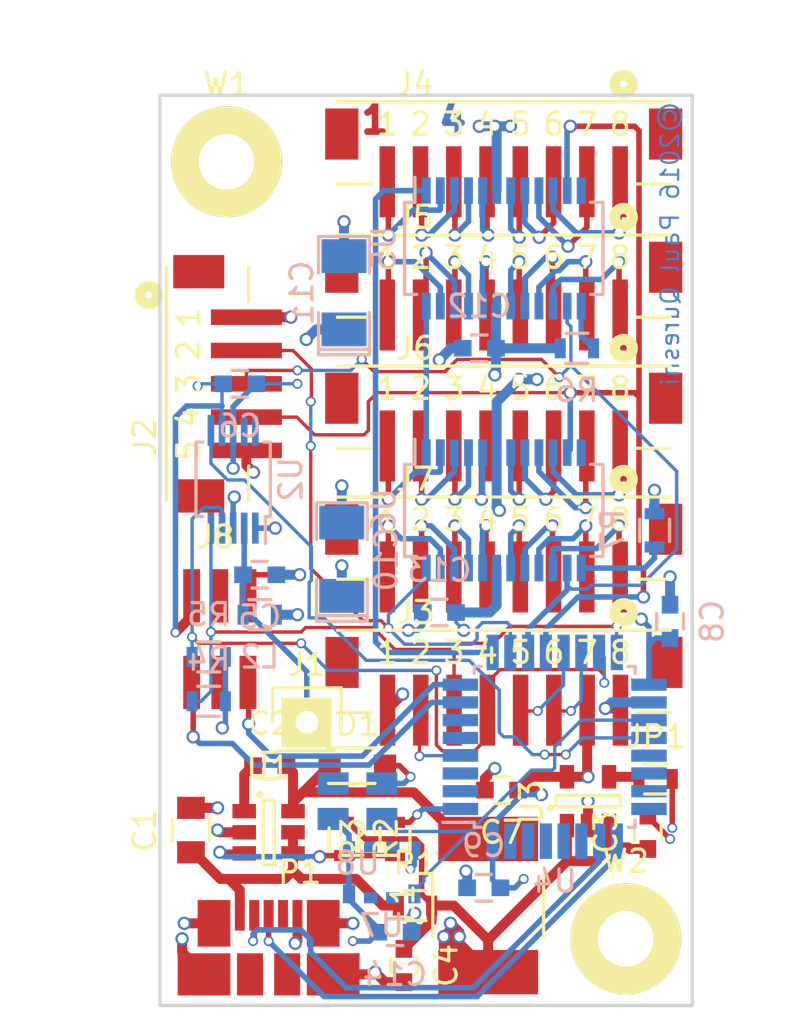
<source format=kicad_pcb>
(kicad_pcb (version 4) (host pcbnew 4.0.2-stable)
  (title_block (title "LED Driver Board with FM radio") (date 2016-11-12) (rev 1.0) (company Keio))
  (layers (0 F.Cu signal) (1 PWR.Cu signal hide) (2 GND.Cu signal hide) (31 B.Cu signal hide) (34 B.Paste user hide) (35 F.Paste user hide) (36 B.SilkS user hide) (37 F.SilkS user hide) (38 B.Mask user hide) (39 F.Mask user hide) (44 Edge.Cuts user))
  (net 0 "")
  (net 1 "Net-(C1-Pad1)")
  (net 2 GND)
  (net 3 "Net-(C2-Pad1)")
  (net 4 "Net-(C2-Pad2)")
  (net 5 +5V)
  (net 6 "Net-(C5-Pad1)")
  (net 7 +3V3)
  (net 8 /LD)
  (net 9 /SCL)
  (net 10 /SDO2)
  (net 11 /EXP_ANA)
  (net 12 "Net-(J4-Pad1)")
  (net 13 "Net-(J4-Pad2)")
  (net 14 "Net-(J4-Pad3)")
  (net 15 "Net-(J4-Pad4)")
  (net 16 "Net-(J4-Pad5)")
  (net 17 "Net-(J4-Pad6)")
  (net 18 "Net-(J4-Pad7)")
  (net 19 "Net-(J4-Pad8)")
  (net 20 "Net-(J5-Pad1)")
  (net 21 "Net-(J5-Pad2)")
  (net 22 "Net-(J5-Pad3)")
  (net 23 "Net-(J5-Pad4)")
  (net 24 "Net-(J5-Pad5)")
  (net 25 "Net-(J5-Pad6)")
  (net 26 "Net-(J5-Pad7)")
  (net 27 "Net-(J5-Pad8)")
  (net 28 "Net-(J6-Pad1)")
  (net 29 "Net-(J6-Pad2)")
  (net 30 "Net-(J6-Pad3)")
  (net 31 "Net-(J6-Pad4)")
  (net 32 "Net-(J6-Pad5)")
  (net 33 "Net-(J6-Pad6)")
  (net 34 "Net-(J6-Pad7)")
  (net 35 "Net-(J6-Pad8)")
  (net 36 "Net-(J7-Pad1)")
  (net 37 "Net-(J7-Pad2)")
  (net 38 "Net-(J7-Pad3)")
  (net 39 "Net-(J7-Pad4)")
  (net 40 "Net-(J7-Pad5)")
  (net 41 "Net-(J7-Pad6)")
  (net 42 "Net-(J7-Pad7)")
  (net 43 "Net-(J7-Pad8)")
  (net 44 "Net-(JP1-Pad1)")
  (net 45 "Net-(R2-Pad2)")
  (net 46 "Net-(R6-Pad2)")
  (net 47 "Net-(R7-Pad2)")
  (net 48 /SDI)
  (net 49 "Net-(U4-Pad19)")
  (net 50 /SDO1)
  (net 51 /PDI_D)
  (net 52 /PDI_C)
  (net 53 /R_CLK)
  (net 54 /USB_DP)
  (net 55 /USB_DM)
  (net 56 /SDA)
  (net 57 /TX)
  (net 58 /RX)
  (net 59 /SCK)
  (module Kuro:B8B-ZR-SM4-TF (layer F.Cu) (at 159.5 39.1)
    (fp_text reference J7 (at -4 -2.8) (layer F.SilkS))
    (fp_text value CONN_01X08)
    (fp_text user 8 (at 5.25 -1) (layer F.SilkS))
    (fp_text user 7 (at 3.75 -1) (layer F.SilkS))
    (fp_text user 6 (at 2.25 -1) (layer F.SilkS))
    (fp_text user 5 (at 0.75 -1) (layer F.SilkS))
    (fp_text user 4 (at -0.75 -1) (layer F.SilkS))
    (fp_text user 3 (at -2.25 -1) (layer F.SilkS))
    (fp_text user 2 (at -3.75 -1) (layer F.SilkS))
    (fp_text user 1 (at -5.25 -1) (layer F.SilkS))
    (pad 1 smd rect (at -5.25 1.6) (size 0.7 3.2) (layers F.Cu F.Paste F.Mask) (net 36 "Net-(J7-Pad1)"))
    (pad 2 smd rect (at -3.75 1.6) (size 0.7 3.2) (layers F.Cu F.Paste F.Mask) (net 37 "Net-(J7-Pad2)"))
    (pad 3 smd rect (at -2.25 1.6) (size 0.7 3.2) (layers F.Cu F.Paste F.Mask) (net 38 "Net-(J7-Pad3)"))
    (pad 4 smd rect (at -0.75 1.6) (size 0.7 3.2) (layers F.Cu F.Paste F.Mask) (net 39 "Net-(J7-Pad4)"))
    (pad 5 smd rect (at 0.75 1.6) (size 0.7 3.2) (layers F.Cu F.Paste F.Mask) (net 40 "Net-(J7-Pad5)"))
    (pad NC1 smd rect (at 7.3 -0.55) (size 1.5 2.3) (layers F.Cu F.Paste F.Mask))
    (pad NC2 smd rect (at -7.3 -0.55) (size 1.5 2.3) (layers F.Cu F.Paste F.Mask))
    (pad 6 smd rect (at 2.25 1.6) (size 0.7 3.2) (layers F.Cu F.Paste F.Mask) (net 41 "Net-(J7-Pad6)"))
    (pad 7 smd rect (at 3.75 1.6) (size 0.7 3.2) (layers F.Cu F.Paste F.Mask) (net 42 "Net-(J7-Pad7)"))
    (pad 8 smd rect (at 5.25 1.6) (size 0.7 3.2) (layers F.Cu F.Paste F.Mask) (net 43 "Net-(J7-Pad8)"))
  )
  (module TO_SOT_Packages_SMD:SOT-23-5 (layer F.Cu) (at 163.3 50.8 90)
    (fp_text reference U3 (at -0.05 -2.55 90) (layer F.SilkS))
    (fp_text value TPS782XX)
    (pad 1 smd rect (at -1.1 -0.95 90) (size 1.06 0.65) (layers F.Cu F.Paste F.Mask) (net 5 +5V))
    (pad 2 smd rect (at -1.1 0 90) (size 1.06 0.65) (layers F.Cu F.Paste F.Mask) (net 2 GND))
    (pad 3 smd rect (at -1.1 0.95 90) (size 1.06 0.65) (layers F.Cu F.Paste F.Mask) (net 5 +5V))
    (pad 4 smd rect (at 1.1 0.95 90) (size 1.06 0.65) (layers F.Cu F.Paste F.Mask) (net 44 "Net-(JP1-Pad1)"))
    (pad 5 smd rect (at 1.1 -0.95 90) (size 1.06 0.65) (layers F.Cu F.Paste F.Mask) (net 7 +3V3))
  )
  (module Kuro:B8B-ZR-SM4-TF (layer F.Cu) (at 159.5 33.2)
    (fp_text reference J6 (at -4 -2.8) (layer F.SilkS))
    (fp_text value CONN_01X08)
    (fp_text user 8 (at 5.25 -1) (layer F.SilkS))
    (fp_text user 7 (at 3.75 -1) (layer F.SilkS))
    (fp_text user 6 (at 2.25 -1) (layer F.SilkS))
    (fp_text user 5 (at 0.75 -1) (layer F.SilkS))
    (fp_text user 4 (at -0.75 -1) (layer F.SilkS))
    (fp_text user 3 (at -2.25 -1) (layer F.SilkS))
    (fp_text user 2 (at -3.75 -1) (layer F.SilkS))
    (fp_text user 1 (at -5.25 -1) (layer F.SilkS))
    (pad 1 smd rect (at -5.25 1.6) (size 0.7 3.2) (layers F.Cu F.Paste F.Mask) (net 28 "Net-(J6-Pad1)"))
    (pad 2 smd rect (at -3.75 1.6) (size 0.7 3.2) (layers F.Cu F.Paste F.Mask) (net 29 "Net-(J6-Pad2)"))
    (pad 3 smd rect (at -2.25 1.6) (size 0.7 3.2) (layers F.Cu F.Paste F.Mask) (net 30 "Net-(J6-Pad3)"))
    (pad 4 smd rect (at -0.75 1.6) (size 0.7 3.2) (layers F.Cu F.Paste F.Mask) (net 31 "Net-(J6-Pad4)"))
    (pad 5 smd rect (at 0.75 1.6) (size 0.7 3.2) (layers F.Cu F.Paste F.Mask) (net 32 "Net-(J6-Pad5)"))
    (pad NC1 smd rect (at 7.3 -0.55) (size 1.5 2.3) (layers F.Cu F.Paste F.Mask))
    (pad NC2 smd rect (at -7.3 -0.55) (size 1.5 2.3) (layers F.Cu F.Paste F.Mask))
    (pad 6 smd rect (at 2.25 1.6) (size 0.7 3.2) (layers F.Cu F.Paste F.Mask) (net 33 "Net-(J6-Pad6)"))
    (pad 7 smd rect (at 3.75 1.6) (size 0.7 3.2) (layers F.Cu F.Paste F.Mask) (net 34 "Net-(J6-Pad7)"))
    (pad 8 smd rect (at 5.25 1.6) (size 0.7 3.2) (layers F.Cu F.Paste F.Mask) (net 35 "Net-(J6-Pad8)"))
  )
  (module Kuro:B8B-ZR-SM4-TF (layer F.Cu) (at 159.5 27.3)
    (fp_text reference J5 (at -4 -2.8) (layer F.SilkS))
    (fp_text value CONN_01X08)
    (fp_text user 8 (at 5.25 -1) (layer F.SilkS))
    (fp_text user 7 (at 3.75 -1) (layer F.SilkS))
    (fp_text user 6 (at 2.25 -1) (layer F.SilkS))
    (fp_text user 5 (at 0.75 -1) (layer F.SilkS))
    (fp_text user 4 (at -0.75 -1) (layer F.SilkS))
    (fp_text user 3 (at -2.25 -1) (layer F.SilkS))
    (fp_text user 2 (at -3.75 -1) (layer F.SilkS))
    (fp_text user 1 (at -5.25 -1) (layer F.SilkS))
    (pad 1 smd rect (at -5.25 1.6) (size 0.7 3.2) (layers F.Cu F.Paste F.Mask) (net 20 "Net-(J5-Pad1)"))
    (pad 2 smd rect (at -3.75 1.6) (size 0.7 3.2) (layers F.Cu F.Paste F.Mask) (net 21 "Net-(J5-Pad2)"))
    (pad 3 smd rect (at -2.25 1.6) (size 0.7 3.2) (layers F.Cu F.Paste F.Mask) (net 22 "Net-(J5-Pad3)"))
    (pad 4 smd rect (at -0.75 1.6) (size 0.7 3.2) (layers F.Cu F.Paste F.Mask) (net 23 "Net-(J5-Pad4)"))
    (pad 5 smd rect (at 0.75 1.6) (size 0.7 3.2) (layers F.Cu F.Paste F.Mask) (net 24 "Net-(J5-Pad5)"))
    (pad NC1 smd rect (at 7.3 -0.55) (size 1.5 2.3) (layers F.Cu F.Paste F.Mask))
    (pad NC2 smd rect (at -7.3 -0.55) (size 1.5 2.3) (layers F.Cu F.Paste F.Mask))
    (pad 6 smd rect (at 2.25 1.6) (size 0.7 3.2) (layers F.Cu F.Paste F.Mask) (net 25 "Net-(J5-Pad6)"))
    (pad 7 smd rect (at 3.75 1.6) (size 0.7 3.2) (layers F.Cu F.Paste F.Mask) (net 26 "Net-(J5-Pad7)"))
    (pad 8 smd rect (at 5.25 1.6) (size 0.7 3.2) (layers F.Cu F.Paste F.Mask) (net 27 "Net-(J5-Pad8)"))
  )
  (module Kuro:B8B-ZR-SM4-TF (layer F.Cu) (at 159.5 21.3)
    (fp_text reference J4 (at -4 -2.8) (layer F.SilkS))
    (fp_text value CONN_01X08)
    (fp_text user 8 (at 5.25 -1) (layer F.SilkS))
    (fp_text user 7 (at 3.75 -1) (layer F.SilkS))
    (fp_text user 6 (at 2.25 -1) (layer F.SilkS))
    (fp_text user 5 (at 0.75 -1) (layer F.SilkS))
    (fp_text user 4 (at -0.75 -1) (layer F.SilkS))
    (fp_text user 3 (at -2.25 -1) (layer F.SilkS))
    (fp_text user 2 (at -3.75 -1) (layer F.SilkS))
    (fp_text user 1 (at -5.25 -1) (layer F.SilkS))
    (pad 1 smd rect (at -5.25 1.6) (size 0.7 3.2) (layers F.Cu F.Paste F.Mask) (net 12 "Net-(J4-Pad1)"))
    (pad 2 smd rect (at -3.75 1.6) (size 0.7 3.2) (layers F.Cu F.Paste F.Mask) (net 13 "Net-(J4-Pad2)"))
    (pad 3 smd rect (at -2.25 1.6) (size 0.7 3.2) (layers F.Cu F.Paste F.Mask) (net 14 "Net-(J4-Pad3)"))
    (pad 4 smd rect (at -0.75 1.6) (size 0.7 3.2) (layers F.Cu F.Paste F.Mask) (net 15 "Net-(J4-Pad4)"))
    (pad 5 smd rect (at 0.75 1.6) (size 0.7 3.2) (layers F.Cu F.Paste F.Mask) (net 16 "Net-(J4-Pad5)"))
    (pad NC1 smd rect (at 7.3 -0.55) (size 1.5 2.3) (layers F.Cu F.Paste F.Mask))
    (pad NC2 smd rect (at -7.3 -0.55) (size 1.5 2.3) (layers F.Cu F.Paste F.Mask))
    (pad 6 smd rect (at 2.25 1.6) (size 0.7 3.2) (layers F.Cu F.Paste F.Mask) (net 17 "Net-(J4-Pad6)"))
    (pad 7 smd rect (at 3.75 1.6) (size 0.7 3.2) (layers F.Cu F.Paste F.Mask) (net 18 "Net-(J4-Pad7)"))
    (pad 8 smd rect (at 5.25 1.6) (size 0.7 3.2) (layers F.Cu F.Paste F.Mask) (net 19 "Net-(J4-Pad8)"))
  )
  (module Kuro:B5B-ZR-SM4-TF (layer F.Cu) (at 146.3 32 90)
    (fp_text reference J2 (at -2.4 -3 90) (layer F.SilkS))
    (fp_text value CONN_01X05)
    (fp_text user 5 (at -3 -1 90) (layer F.SilkS))
    (fp_text user 4 (at -1.5 -1 90) (layer F.SilkS))
    (fp_text user 3 (at 0 -1 90) (layer F.SilkS))
    (fp_text user 2 (at 1.5 -1 90) (layer F.SilkS))
    (fp_text user 1 (at 3 -1 90) (layer F.SilkS))
    (pad 5 smd rect (at 3 1.6 90) (size 0.7 3.2) (layers F.Cu F.Paste F.Mask) (net 5 +5V))
    (pad 4 smd rect (at 1.5 1.6 90) (size 0.7 3.2) (layers F.Cu F.Paste F.Mask) (net 10 /SDO2))
    (pad 3 smd rect (at 0 1.6 90) (size 0.7 3.2) (layers F.Cu F.Paste F.Mask) (net 59 /SCK))
    (pad 2 smd rect (at -1.5 1.6 90) (size 0.7 3.2) (layers F.Cu F.Paste F.Mask) (net 8 /LD))
    (pad 1 smd rect (at -3 1.6 90) (size 0.7 3.2) (layers F.Cu F.Paste F.Mask) (net 2 GND))
    (pad NC1 smd rect (at 5.05 -0.55 90) (size 1.5 2.3) (layers F.Cu F.Paste F.Mask))
    (pad NC2 smd rect (at -5.05 -0.55 90) (size 1.5 2.3) (layers F.Cu F.Paste F.Mask))
  )
  (module Kuro:KT3225T (layer B.Cu) (at 154 54)
    (fp_text reference U7 (at 0 2.4) (layer B.SilkS) (effects (justify mirror)))
    (fp_text value KT3225T)
    (pad 8 smd rect (at -1.475 0.975) (size 0.55 0.85) (layers B.Cu B.Paste B.Mask) (net 7 +3V3))
    (pad 5 smd rect (at 1.475 0.975) (size 0.55 0.85) (layers B.Cu B.Paste B.Mask) (net 49 "Net-(U4-Pad19)"))
    (pad 4 smd rect (at 1.475 -0.975) (size 0.55 0.85) (layers B.Cu B.Paste B.Mask) (net 2 GND))
    (pad 1 smd rect (at -1.475 -0.975) (size 0.55 0.85) (layers B.Cu B.Paste B.Mask) (net 7 +3V3))
    (pad 7 smd rect (at -0.5 1.15) (size 0.6 0.5) (layers B.Cu B.Paste B.Mask))
    (pad 6 smd rect (at 0.5 1.15) (size 0.6 0.5) (layers B.Cu B.Paste B.Mask))
    (pad 3 smd rect (at 0.5 -1.15) (size 0.6 0.5) (layers B.Cu B.Paste B.Mask))
    (pad 2 smd rect (at -0.5 -1.15) (size 0.6 0.5) (layers B.Cu B.Paste B.Mask))
  )
  (module Housings_SSOP:SSOP-24_3.9x8.7mm_Pitch0.635mm (layer B.Cu) (at 159.5 37.7 270)
    (fp_text reference U6 (at 0 5.4 270) (layer B.SilkS) (effects (justify mirror)))
    (fp_text value AS1116-BSST)
    (pad 1 smd rect (at -2.6 3.4925 270) (size 1.2 0.4) (layers B.Cu B.Paste B.Mask) (net 50 /SDO1))
    (pad 2 smd rect (at -2.6 2.8575 270) (size 1.2 0.4) (layers B.Cu B.Paste B.Mask) (net 28 "Net-(J6-Pad1)"))
    (pad 3 smd rect (at -2.6 2.2225 270) (size 1.2 0.4) (layers B.Cu B.Paste B.Mask) (net 29 "Net-(J6-Pad2)"))
    (pad 4 smd rect (at -2.6 1.5875 270) (size 1.2 0.4) (layers B.Cu B.Paste B.Mask) (net 30 "Net-(J6-Pad3)"))
    (pad 5 smd rect (at -2.6 0.9525 270) (size 1.2 0.4) (layers B.Cu B.Paste B.Mask) (net 31 "Net-(J6-Pad4)"))
    (pad 6 smd rect (at -2.6 0.3175 270) (size 1.2 0.4) (layers B.Cu B.Paste B.Mask) (net 2 GND))
    (pad 7 smd rect (at -2.6 -0.3175 270) (size 1.2 0.4) (layers B.Cu B.Paste B.Mask) (net 32 "Net-(J6-Pad5)"))
    (pad 8 smd rect (at -2.6 -0.9525 270) (size 1.2 0.4) (layers B.Cu B.Paste B.Mask) (net 33 "Net-(J6-Pad6)"))
    (pad 9 smd rect (at -2.6 -1.5875 270) (size 1.2 0.4) (layers B.Cu B.Paste B.Mask) (net 34 "Net-(J6-Pad7)"))
    (pad 10 smd rect (at -2.6 -2.2225 270) (size 1.2 0.4) (layers B.Cu B.Paste B.Mask) (net 35 "Net-(J6-Pad8)"))
    (pad 11 smd rect (at -2.6 -2.8575 270) (size 1.2 0.4) (layers B.Cu B.Paste B.Mask) (net 8 /LD))
    (pad 12 smd rect (at -2.6 -3.4925 270) (size 1.2 0.4) (layers B.Cu B.Paste B.Mask))
    (pad 13 smd rect (at 2.6 -3.4925 270) (size 1.2 0.4) (layers B.Cu B.Paste B.Mask) (net 47 "Net-(R7-Pad2)"))
    (pad 14 smd rect (at 2.6 -2.8575 270) (size 1.2 0.4) (layers B.Cu B.Paste B.Mask) (net 59 /SCK))
    (pad 15 smd rect (at 2.6 -2.2225 270) (size 1.2 0.4) (layers B.Cu B.Paste B.Mask) (net 43 "Net-(J7-Pad8)"))
    (pad 16 smd rect (at 2.6 -1.5875 270) (size 1.2 0.4) (layers B.Cu B.Paste B.Mask) (net 42 "Net-(J7-Pad7)"))
    (pad 17 smd rect (at 2.6 -0.9525 270) (size 1.2 0.4) (layers B.Cu B.Paste B.Mask) (net 41 "Net-(J7-Pad6)"))
    (pad 18 smd rect (at 2.6 -0.3175 270) (size 1.2 0.4) (layers B.Cu B.Paste B.Mask) (net 40 "Net-(J7-Pad5)"))
    (pad 19 smd rect (at 2.6 0.3175 270) (size 1.2 0.4) (layers B.Cu B.Paste B.Mask) (net 5 +5V))
    (pad 20 smd rect (at 2.6 0.9525 270) (size 1.2 0.4) (layers B.Cu B.Paste B.Mask) (net 39 "Net-(J7-Pad4)"))
    (pad 21 smd rect (at 2.6 1.5875 270) (size 1.2 0.4) (layers B.Cu B.Paste B.Mask) (net 38 "Net-(J7-Pad3)"))
    (pad 22 smd rect (at 2.6 2.2225 270) (size 1.2 0.4) (layers B.Cu B.Paste B.Mask) (net 37 "Net-(J7-Pad2)"))
    (pad 23 smd rect (at 2.6 2.8575 270) (size 1.2 0.4) (layers B.Cu B.Paste B.Mask) (net 36 "Net-(J7-Pad1)"))
    (pad 24 smd rect (at 2.6 3.4925 270) (size 1.2 0.4) (layers B.Cu B.Paste B.Mask) (net 10 /SDO2))
  )
  (module Housings_SSOP:SSOP-24_3.9x8.7mm_Pitch0.635mm (layer B.Cu) (at 159.5 25.9 270)
    (fp_text reference U5 (at 0 5.4 270) (layer B.SilkS) (effects (justify mirror)))
    (fp_text value AS1116-BSST)
    (pad 1 smd rect (at -2.6 3.4925 270) (size 1.2 0.4) (layers B.Cu B.Paste B.Mask) (net 48 /SDI))
    (pad 2 smd rect (at -2.6 2.8575 270) (size 1.2 0.4) (layers B.Cu B.Paste B.Mask) (net 12 "Net-(J4-Pad1)"))
    (pad 3 smd rect (at -2.6 2.2225 270) (size 1.2 0.4) (layers B.Cu B.Paste B.Mask) (net 13 "Net-(J4-Pad2)"))
    (pad 4 smd rect (at -2.6 1.5875 270) (size 1.2 0.4) (layers B.Cu B.Paste B.Mask) (net 14 "Net-(J4-Pad3)"))
    (pad 5 smd rect (at -2.6 0.9525 270) (size 1.2 0.4) (layers B.Cu B.Paste B.Mask) (net 15 "Net-(J4-Pad4)"))
    (pad 6 smd rect (at -2.6 0.3175 270) (size 1.2 0.4) (layers B.Cu B.Paste B.Mask) (net 2 GND))
    (pad 7 smd rect (at -2.6 -0.3175 270) (size 1.2 0.4) (layers B.Cu B.Paste B.Mask) (net 16 "Net-(J4-Pad5)"))
    (pad 8 smd rect (at -2.6 -0.9525 270) (size 1.2 0.4) (layers B.Cu B.Paste B.Mask) (net 17 "Net-(J4-Pad6)"))
    (pad 9 smd rect (at -2.6 -1.5875 270) (size 1.2 0.4) (layers B.Cu B.Paste B.Mask) (net 18 "Net-(J4-Pad7)"))
    (pad 10 smd rect (at -2.6 -2.2225 270) (size 1.2 0.4) (layers B.Cu B.Paste B.Mask) (net 19 "Net-(J4-Pad8)"))
    (pad 11 smd rect (at -2.6 -2.8575 270) (size 1.2 0.4) (layers B.Cu B.Paste B.Mask) (net 8 /LD))
    (pad 12 smd rect (at -2.6 -3.4925 270) (size 1.2 0.4) (layers B.Cu B.Paste B.Mask))
    (pad 13 smd rect (at 2.6 -3.4925 270) (size 1.2 0.4) (layers B.Cu B.Paste B.Mask) (net 46 "Net-(R6-Pad2)"))
    (pad 14 smd rect (at 2.6 -2.8575 270) (size 1.2 0.4) (layers B.Cu B.Paste B.Mask) (net 59 /SCK))
    (pad 15 smd rect (at 2.6 -2.2225 270) (size 1.2 0.4) (layers B.Cu B.Paste B.Mask) (net 27 "Net-(J5-Pad8)"))
    (pad 16 smd rect (at 2.6 -1.5875 270) (size 1.2 0.4) (layers B.Cu B.Paste B.Mask) (net 26 "Net-(J5-Pad7)"))
    (pad 17 smd rect (at 2.6 -0.9525 270) (size 1.2 0.4) (layers B.Cu B.Paste B.Mask) (net 25 "Net-(J5-Pad6)"))
    (pad 18 smd rect (at 2.6 -0.3175 270) (size 1.2 0.4) (layers B.Cu B.Paste B.Mask) (net 24 "Net-(J5-Pad5)"))
    (pad 19 smd rect (at 2.6 0.3175 270) (size 1.2 0.4) (layers B.Cu B.Paste B.Mask) (net 5 +5V))
    (pad 20 smd rect (at 2.6 0.9525 270) (size 1.2 0.4) (layers B.Cu B.Paste B.Mask) (net 23 "Net-(J5-Pad4)"))
    (pad 21 smd rect (at 2.6 1.5875 270) (size 1.2 0.4) (layers B.Cu B.Paste B.Mask) (net 22 "Net-(J5-Pad3)"))
    (pad 22 smd rect (at 2.6 2.2225 270) (size 1.2 0.4) (layers B.Cu B.Paste B.Mask) (net 21 "Net-(J5-Pad2)"))
    (pad 23 smd rect (at 2.6 2.8575 270) (size 1.2 0.4) (layers B.Cu B.Paste B.Mask) (net 20 "Net-(J5-Pad1)"))
    (pad 24 smd rect (at 2.6 3.4925 270) (size 1.2 0.4) (layers B.Cu B.Paste B.Mask) (net 50 /SDO1))
  )
  (module Housings_QFP:TQFP-32_7x7mm_Pitch0.8mm (layer B.Cu) (at 161.8 48.35)
    (fp_text reference U4 (at 0 6.05) (layer B.SilkS) (effects (justify mirror)))
    (fp_text value ATXMEGA32E5-A)
    (pad 1 smd rect (at -4.25 2.8) (size 1.6 0.55) (layers B.Cu B.Paste B.Mask) (net 2 GND))
    (pad 2 smd rect (at -4.25 2) (size 1.6 0.55) (layers B.Cu B.Paste B.Mask))
    (pad 3 smd rect (at -4.25 1.2) (size 1.6 0.55) (layers B.Cu B.Paste B.Mask))
    (pad 4 smd rect (at -4.25 0.4) (size 1.6 0.55) (layers B.Cu B.Paste B.Mask) (net 11 /EXP_ANA))
    (pad 5 smd rect (at -4.25 -0.4) (size 1.6 0.55) (layers B.Cu B.Paste B.Mask))
    (pad 6 smd rect (at -4.25 -1.2) (size 1.6 0.55) (layers B.Cu B.Paste B.Mask))
    (pad 7 smd rect (at -4.25 -2) (size 1.6 0.55) (layers B.Cu B.Paste B.Mask) (net 51 /PDI_D))
    (pad 8 smd rect (at -4.25 -2.8) (size 1.6 0.55) (layers B.Cu B.Paste B.Mask) (net 52 /PDI_C))
    (pad 9 smd rect (at -2.8 -4.25 270) (size 1.6 0.55) (layers B.Cu B.Paste B.Mask) (net 48 /SDI))
    (pad 10 smd rect (at -2 -4.25 270) (size 1.6 0.55) (layers B.Cu B.Paste B.Mask) (net 10 /SDO2))
    (pad 11 smd rect (at -1.2 -4.25 270) (size 1.6 0.55) (layers B.Cu B.Paste B.Mask) (net 59 /SCK))
    (pad 12 smd rect (at -0.4 -4.25 270) (size 1.6 0.55) (layers B.Cu B.Paste B.Mask) (net 8 /LD))
    (pad 13 smd rect (at 0.4 -4.25 270) (size 1.6 0.55) (layers B.Cu B.Paste B.Mask) (net 57 /TX))
    (pad 14 smd rect (at 1.2 -4.25 270) (size 1.6 0.55) (layers B.Cu B.Paste B.Mask) (net 58 /RX))
    (pad 15 smd rect (at 2 -4.25 270) (size 1.6 0.55) (layers B.Cu B.Paste B.Mask) (net 9 /SCL))
    (pad 16 smd rect (at 2.8 -4.25 270) (size 1.6 0.55) (layers B.Cu B.Paste B.Mask) (net 56 /SDA))
    (pad 17 smd rect (at 4.25 -2.8) (size 1.6 0.55) (layers B.Cu B.Paste B.Mask) (net 7 +3V3))
    (pad 18 smd rect (at 4.25 -2) (size 1.6 0.55) (layers B.Cu B.Paste B.Mask) (net 2 GND))
    (pad 19 smd rect (at 4.25 -1.2) (size 1.6 0.55) (layers B.Cu B.Paste B.Mask) (net 49 "Net-(U4-Pad19)"))
    (pad 20 smd rect (at 4.25 -0.4) (size 1.6 0.55) (layers B.Cu B.Paste B.Mask) (net 53 /R_CLK))
    (pad 21 smd rect (at 4.25 0.4) (size 1.6 0.55) (layers B.Cu B.Paste B.Mask))
    (pad 22 smd rect (at 4.25 1.2) (size 1.6 0.55) (layers B.Cu B.Paste B.Mask))
    (pad 23 smd rect (at 4.25 2) (size 1.6 0.55) (layers B.Cu B.Paste B.Mask))
    (pad 24 smd rect (at 4.25 2.8) (size 1.6 0.55) (layers B.Cu B.Paste B.Mask))
    (pad 25 smd rect (at 2.8 4.25 270) (size 1.6 0.55) (layers B.Cu B.Paste B.Mask) (net 54 /USB_DP))
    (pad 26 smd rect (at 2 4.25 270) (size 1.6 0.55) (layers B.Cu B.Paste B.Mask) (net 55 /USB_DM))
    (pad 27 smd rect (at 1.2 4.25 270) (size 1.6 0.55) (layers B.Cu B.Paste B.Mask))
    (pad 28 smd rect (at 0.4 4.25 270) (size 1.6 0.55) (layers B.Cu B.Paste B.Mask))
    (pad 29 smd rect (at -0.4 4.25 270) (size 1.6 0.55) (layers B.Cu B.Paste B.Mask))
    (pad 30 smd rect (at -1.2 4.25 270) (size 1.6 0.55) (layers B.Cu B.Paste B.Mask))
    (pad 31 smd rect (at -2 4.25 270) (size 1.6 0.55) (layers B.Cu B.Paste B.Mask))
    (pad 32 smd rect (at -2.8 4.25 270) (size 1.6 0.55) (layers B.Cu B.Paste B.Mask) (net 7 +3V3))
  )
  (module Housings_SSOP:MSOP-10_3x3mm_Pitch0.5mm (layer B.Cu) (at 147.3 36.3 90)
    (fp_text reference U2 (at 0 2.6 90) (layer B.SilkS) (effects (justify mirror)))
    (fp_text value RDA5807M)
    (pad 1 smd rect (at -2.2 1 90) (size 1.4 0.3) (layers B.Cu B.Paste B.Mask) (net 2 GND))
    (pad 2 smd rect (at -2.2 0.5 90) (size 1.4 0.3) (layers B.Cu B.Paste B.Mask) (net 6 "Net-(C5-Pad1)"))
    (pad 3 smd rect (at -2.2 0 90) (size 1.4 0.3) (layers B.Cu B.Paste B.Mask) (net 2 GND))
    (pad 4 smd rect (at -2.2 -0.5 90) (size 1.4 0.3) (layers B.Cu B.Paste B.Mask) (net 9 /SCL))
    (pad 5 smd rect (at -2.2 -1 90) (size 1.4 0.3) (layers B.Cu B.Paste B.Mask) (net 56 /SDA))
    (pad 6 smd rect (at 2.2 -1 90) (size 1.4 0.3) (layers B.Cu B.Paste B.Mask) (net 53 /R_CLK))
    (pad 7 smd rect (at 2.2 -0.5 90) (size 1.4 0.3) (layers B.Cu B.Paste B.Mask) (net 7 +3V3))
    (pad 8 smd rect (at 2.2 0 90) (size 1.4 0.3) (layers B.Cu B.Paste B.Mask) (net 2 GND))
    (pad 9 smd rect (at 2.2 0.5 90) (size 1.4 0.3) (layers B.Cu B.Paste B.Mask))
    (pad 10 smd rect (at 2.2 1 90) (size 1.4 0.3) (layers B.Cu B.Paste B.Mask))
  )
  (module TO_SOT_Packages_SMD:SOT-23-6 (layer F.Cu) (at 148.9 52.2)
    (fp_text reference U1 (at 0 -2.9) (layer F.SilkS))
    (fp_text value AP3211)
    (pad 1 smd rect (at -1.1 -0.95) (size 1.06 0.65) (layers F.Cu F.Paste F.Mask) (net 3 "Net-(C2-Pad1)"))
    (pad 2 smd rect (at -1.1 0) (size 1.06 0.65) (layers F.Cu F.Paste F.Mask) (net 2 GND))
    (pad 3 smd rect (at -1.1 0.95) (size 1.06 0.65) (layers F.Cu F.Paste F.Mask) (net 45 "Net-(R2-Pad2)"))
    (pad 4 smd rect (at 1.1 0.95) (size 1.06 0.65) (layers F.Cu F.Paste F.Mask) (net 1 "Net-(C1-Pad1)"))
    (pad 6 smd rect (at 1.1 -0.95) (size 1.06 0.65) (layers F.Cu F.Paste F.Mask) (net 4 "Net-(C2-Pad2)"))
    (pad 5 smd rect (at 1.1 0) (size 1.06 0.65) (layers F.Cu F.Paste F.Mask) (net 1 "Net-(C1-Pad1)"))
  )
  (module Resistors_SMD:R_0603 (layer B.Cu) (at 166.3 38.6 270)
    (fp_text reference R7 (at 0 1.9 270) (layer B.SilkS) (effects (justify mirror)))
    (fp_text value 15k)
    (pad 1 smd rect (at -0.75 0 270) (size 0.5 0.9) (layers B.Cu B.Paste B.Mask) (net 5 +5V))
    (pad 2 smd rect (at 0.75 0 270) (size 0.5 0.9) (layers B.Cu B.Paste B.Mask) (net 47 "Net-(R7-Pad2)"))
  )
  (module Resistors_SMD:R_0603 (layer B.Cu) (at 162.8 30.4)
    (fp_text reference R6 (at 0 1.9) (layer B.SilkS) (effects (justify mirror)))
    (fp_text value 15k)
    (pad 1 smd rect (at -0.75 0) (size 0.5 0.9) (layers B.Cu B.Paste B.Mask) (net 5 +5V))
    (pad 2 smd rect (at 0.75 0) (size 0.5 0.9) (layers B.Cu B.Paste B.Mask) (net 46 "Net-(R6-Pad2)"))
  )
  (module Resistors_SMD:R_0603 (layer B.Cu) (at 146.2 44.3 180)
    (fp_text reference R5 (at 0 1.9 180) (layer B.SilkS) (effects (justify mirror)))
    (fp_text value 2k2)
    (pad 1 smd rect (at -0.75 0 180) (size 0.5 0.9) (layers B.Cu B.Paste B.Mask) (net 7 +3V3))
    (pad 2 smd rect (at 0.75 0 180) (size 0.5 0.9) (layers B.Cu B.Paste B.Mask) (net 9 /SCL))
  )
  (module Resistors_SMD:R_0603 (layer B.Cu) (at 146.2 46.3 180)
    (fp_text reference R4 (at 0 1.9 180) (layer B.SilkS) (effects (justify mirror)))
    (fp_text value 2k2)
    (pad 1 smd rect (at -0.75 0 180) (size 0.5 0.9) (layers B.Cu B.Paste B.Mask) (net 7 +3V3))
    (pad 2 smd rect (at 0.75 0 180) (size 0.5 0.9) (layers B.Cu B.Paste B.Mask) (net 56 /SDA))
  )
  (module Resistors_SMD:R_0603 (layer F.Cu) (at 154.6 52.5 90)
    (fp_text reference R3 (at 0 -1.9 90) (layer F.SilkS))
    (fp_text value 15k)
    (pad 1 smd rect (at -0.75 0 90) (size 0.5 0.9) (layers F.Cu F.Paste F.Mask) (net 45 "Net-(R2-Pad2)"))
    (pad 2 smd rect (at 0.75 0 90) (size 0.5 0.9) (layers F.Cu F.Paste F.Mask) (net 2 GND))
  )
  (module Resistors_SMD:R_0603 (layer F.Cu) (at 152.3 52.5 270)
    (fp_text reference R2 (at 0 -1.9 270) (layer F.SilkS))
    (fp_text value 59k)
    (pad 1 smd rect (at -0.75 0 270) (size 0.5 0.9) (layers F.Cu F.Paste F.Mask) (net 5 +5V))
    (pad 2 smd rect (at 0.75 0 270) (size 0.5 0.9) (layers F.Cu F.Paste F.Mask) (net 45 "Net-(R2-Pad2)"))
  )
  (module Resistors_SMD:R_0603 (layer F.Cu) (at 155.5 55.5)
    (fp_text reference R1 (at 0 -1.9) (layer F.SilkS))
    (fp_text value 0R)
    (pad 1 smd rect (at -0.75 0) (size 0.5 0.9) (layers F.Cu F.Paste F.Mask) (net 1 "Net-(C1-Pad1)"))
    (pad 2 smd rect (at 0.75 0) (size 0.5 0.9) (layers F.Cu F.Paste F.Mask) (net 5 +5V))
  )
  (module Resistors_SMD:R_0603 (layer B.Cu) (at 148.5 42.4)
    (fp_text reference L2 (at 0 1.9) (layer B.SilkS) (effects (justify mirror)))
    (fp_text value 100nH)
    (pad 1 smd rect (at -0.75 0) (size 0.5 0.9) (layers B.Cu B.Paste B.Mask) (net 6 "Net-(C5-Pad1)"))
    (pad 2 smd rect (at 0.75 0) (size 0.5 0.9) (layers B.Cu B.Paste B.Mask) (net 2 GND))
  )
  (module Inductors_NEOSID:Neosid_Inductor_SM-NE56_SMD2220 (layer F.Cu) (at 158.8 55.50026 90)
    (fp_text reference L1 (at 0.09906 -3.85064 90) (layer F.SilkS))
    (fp_text value 10uH)
    (pad 2 smd rect (at 2.99974 0 90) (size 1.99898 4.50088) (layers F.Cu F.Paste F.Mask) (net 4 "Net-(C2-Pad2)"))
    (pad 1 smd rect (at -2.99974 0 90) (size 1.99898 4.50088) (layers F.Cu F.Paste F.Mask) (net 5 +5V))
  )
  (module Resistors_SMD:R_0603 (layer F.Cu) (at 166.35 49.8)
    (fp_text reference JP1 (at 0 -1.9) (layer F.SilkS))
    (fp_text value Jumper_NC_Small)
    (pad 1 smd rect (at -0.75 0) (size 0.5 0.9) (layers F.Cu F.Paste F.Mask) (net 44 "Net-(JP1-Pad1)"))
    (pad 2 smd rect (at 0.75 0) (size 0.5 0.9) (layers F.Cu F.Paste F.Mask) (net 2 GND))
  )
  (module Pin_Headers:Pin_Header_Straight_1x01 (layer F.Cu) (at 150.622 47.244)
    (fp_text reference J1 (at 0 -2.6) (layer F.SilkS))
    (fp_text value CONN_01X01)
    (pad 1 thru_hole rect (at 0 0) (size 2.2352 2.2352) (drill 1.016) (layers *.Cu *.Mask F.SilkS) (net 6 "Net-(C5-Pad1)"))
  )
  (module Capacitors_SMD:C_0603 (layer B.Cu) (at 154.6 56.7)
    (fp_text reference C14 (at 0 1.9) (layer B.SilkS) (effects (justify mirror)))
    (fp_text value 100n)
    (pad 1 smd rect (at -0.75 0) (size 0.8 0.75) (layers B.Cu B.Paste B.Mask) (net 7 +3V3))
    (pad 2 smd rect (at 0.75 0) (size 0.8 0.75) (layers B.Cu B.Paste B.Mask) (net 2 GND))
  )
  (module Capacitors_SMD:C_0603 (layer B.Cu) (at 156.6 42.3 180)
    (fp_text reference C13 (at 0 1.9 180) (layer B.SilkS) (effects (justify mirror)))
    (fp_text value 100n)
    (pad 1 smd rect (at -0.75 0 180) (size 0.8 0.75) (layers B.Cu B.Paste B.Mask) (net 5 +5V))
    (pad 2 smd rect (at 0.75 0 180) (size 0.8 0.75) (layers B.Cu B.Paste B.Mask) (net 2 GND))
  )
  (module Capacitors_SMD:C_0603 (layer B.Cu) (at 158.4 30.4 180)
    (fp_text reference C12 (at 0 1.9 180) (layer B.SilkS) (effects (justify mirror)))
    (fp_text value 100n)
    (pad 1 smd rect (at -0.75 0 180) (size 0.8 0.75) (layers B.Cu B.Paste B.Mask) (net 5 +5V))
    (pad 2 smd rect (at 0.75 0 180) (size 0.8 0.75) (layers B.Cu B.Paste B.Mask) (net 2 GND))
  )
  (module SMD_Packages:SMD-1206_Pol (layer B.Cu) (at 152.3 27.9 90)
    (fp_text reference C11 (at 0 -1.9 90) (layer B.SilkS) (effects (justify mirror)))
    (fp_text value 10u)
    (pad 1 smd rect (at -1.651 0 90) (size 1.524 2.032) (layers B.Cu B.Paste B.Mask) (net 5 +5V))
    (pad 2 smd rect (at 1.651 0 90) (size 1.524 2.032) (layers B.Cu B.Paste B.Mask) (net 2 GND))
  )
  (module SMD_Packages:SMD-1206_Pol (layer B.Cu) (at 152.2 39.9 90)
    (fp_text reference C10 (at 0 2 90) (layer B.SilkS) (effects (justify mirror)))
    (fp_text value 10u)
    (pad 1 smd rect (at -1.651 0 90) (size 1.524 2.032) (layers B.Cu B.Paste B.Mask) (net 5 +5V))
    (pad 2 smd rect (at 1.651 0 90) (size 1.524 2.032) (layers B.Cu B.Paste B.Mask) (net 2 GND))
  )
  (module Capacitors_SMD:C_0603 (layer B.Cu) (at 158.6 54.7 180)
    (fp_text reference C9 (at 0 1.9 180) (layer B.SilkS) (effects (justify mirror)))
    (fp_text value 100n)
    (pad 1 smd rect (at -0.75 0 180) (size 0.8 0.75) (layers B.Cu B.Paste B.Mask) (net 7 +3V3))
    (pad 2 smd rect (at 0.75 0 180) (size 0.8 0.75) (layers B.Cu B.Paste B.Mask) (net 2 GND))
  )
  (module Capacitors_SMD:C_0603 (layer B.Cu) (at 167 42.7 90)
    (fp_text reference C8 (at 0 1.9 90) (layer B.SilkS) (effects (justify mirror)))
    (fp_text value 100n)
    (pad 1 smd rect (at -0.75 0 90) (size 0.8 0.75) (layers B.Cu B.Paste B.Mask) (net 7 +3V3))
    (pad 2 smd rect (at 0.75 0 90) (size 0.8 0.75) (layers B.Cu B.Paste B.Mask) (net 2 GND))
  )
  (module Capacitors_SMD:C_0603 (layer F.Cu) (at 159.4 50.3 180)
    (fp_text reference C7 (at 0 -1.9 180) (layer F.SilkS))
    (fp_text value 2u2)
    (pad 1 smd rect (at -0.75 0 180) (size 0.8 0.75) (layers F.Cu F.Paste F.Mask) (net 7 +3V3))
    (pad 2 smd rect (at 0.75 0 180) (size 0.8 0.75) (layers F.Cu F.Paste F.Mask) (net 2 GND))
  )
  (module Capacitors_SMD:C_0603 (layer B.Cu) (at 147.6 32)
    (fp_text reference C6 (at 0 1.9) (layer B.SilkS) (effects (justify mirror)))
    (fp_text value 22n)
    (pad 1 smd rect (at -0.75 0) (size 0.8 0.75) (layers B.Cu B.Paste B.Mask) (net 7 +3V3))
    (pad 2 smd rect (at 0.75 0) (size 0.8 0.75) (layers B.Cu B.Paste B.Mask) (net 2 GND))
  )
  (module Capacitors_SMD:C_0603 (layer B.Cu) (at 148.5 40.6)
    (fp_text reference C5 (at 0 1.9) (layer B.SilkS) (effects (justify mirror)))
    (fp_text value 22n)
    (pad 1 smd rect (at -0.75 0) (size 0.8 0.75) (layers B.Cu B.Paste B.Mask) (net 6 "Net-(C5-Pad1)"))
    (pad 2 smd rect (at 0.75 0) (size 0.8 0.75) (layers B.Cu B.Paste B.Mask) (net 2 GND))
  )
  (module Capacitors_SMD:C_0603 (layer F.Cu) (at 155 58.2 270)
    (fp_text reference C4 (at 0 -1.9 270) (layer F.SilkS))
    (fp_text value ??)
    (pad 1 smd rect (at -0.75 0 270) (size 0.8 0.75) (layers F.Cu F.Paste F.Mask) (net 5 +5V))
    (pad 2 smd rect (at 0.75 0 270) (size 0.8 0.75) (layers F.Cu F.Paste F.Mask) (net 2 GND))
  )
  (module Capacitors_SMD:C_0603 (layer F.Cu) (at 148.95 49.2)
    (fp_text reference C2 (at 0 -1.9) (layer F.SilkS))
    (fp_text value 10n)
    (pad 1 smd rect (at -0.75 0) (size 0.8 0.75) (layers F.Cu F.Paste F.Mask) (net 3 "Net-(C2-Pad1)"))
    (pad 2 smd rect (at 0.75 0) (size 0.8 0.75) (layers F.Cu F.Paste F.Mask) (net 4 "Net-(C2-Pad2)"))
  )
  (module Capacitors_SMD:C_0805 (layer F.Cu) (at 145.4 52.1 90)
    (fp_text reference C1 (at 0 -2.1 90) (layer F.SilkS))
    (fp_text value 10u)
    (pad 1 smd rect (at -1 0 90) (size 1 1.25) (layers F.Cu F.Paste F.Mask) (net 1 "Net-(C1-Pad1)"))
    (pad 2 smd rect (at 1 0 90) (size 1 1.25) (layers F.Cu F.Paste F.Mask) (net 2 GND))
  )
  (module Mounting_Holes:MountingHole_2.5mm_Pad (layer F.Cu) (at 147 22)
    (fp_text reference W1 (at 0 -3.5) (layer F.SilkS))
    (fp_text value MOUNT)
    (pad 1 thru_hole circle (at 0 0) (size 5 5) (drill 2.5) (layers *.Cu *.Mask F.SilkS) (net 2 GND))
  )
  (module Mounting_Holes:MountingHole_2.5mm_Pad (layer F.Cu) (at 165 57)
    (fp_text reference W2 (at 0 -3.5) (layer F.SilkS))
    (fp_text value MOUNT)
    (pad 1 thru_hole circle (at 0 0) (size 5 5) (drill 2.5) (layers *.Cu *.Mask F.SilkS) (net 2 GND))
  )
  (module Diodes_SMD:SOD-323_HandSoldering (layer F.Cu) (at 152.9 49.2)
    (fp_text reference D1 (at 0 -1.85) (layer F.SilkS))
    (fp_text value D)
    (pad 1 smd rect (at -1.25 0) (size 1 1) (layers F.Cu F.Paste F.Mask) (net 4 "Net-(C2-Pad2)"))
    (pad 2 smd rect (at 1.25 0) (size 1 1) (layers F.Cu F.Paste F.Mask) (net 2 GND))
  )
  (module Kuro:Molex_47346-0001_Micro_USB_SMT (layer F.Cu) (at 148.9 58.6 180)
    (fp_text reference P1 (at -1.4 4.6 180) (layer F.SilkS))
    (fp_text value USB_A)
    (pad 1 smd rect (at 1.3 2.66 180) (size 0.45 1.38) (layers F.Cu F.Paste F.Mask) (net 1 "Net-(C1-Pad1)"))
    (pad 2 smd rect (at 0.65 2.66 180) (size 0.45 1.38) (layers F.Cu F.Paste F.Mask) (net 55 /USB_DM))
    (pad 3 smd rect (at 0 2.66 180) (size 0.45 1.38) (layers F.Cu F.Paste F.Mask) (net 54 /USB_DP))
    (pad "" smd rect (at -0.65 2.66 180) (size 0.45 1.38) (layers F.Cu F.Paste F.Mask))
    (pad 4 smd rect (at -1.3 2.66 180) (size 0.45 1.38) (layers F.Cu F.Paste F.Mask) (net 2 GND))
    (pad 5 smd rect (at 2.4625 2.3 180) (size 1.475 2.1) (layers F.Cu F.Paste F.Mask) (net 2 GND))
    (pad 5 smd rect (at -2.4625 2.3 180) (size 1.475 2.1) (layers F.Cu F.Paste F.Mask) (net 2 GND))
    (pad 5 smd rect (at -2.9125 0 180) (size 2.375 1.9) (layers F.Cu F.Paste F.Mask) (net 2 GND))
    (pad "" smd rect (at -0.8375 0 180) (size 1.175 1.9) (layers F.Cu F.Paste F.Mask))
    (pad "" smd rect (at 0.8375 0 180) (size 1.175 1.9) (layers F.Cu F.Paste F.Mask))
    (pad 5 smd rect (at 2.9125 0 180) (size 2.375 1.9) (layers F.Cu F.Paste F.Mask) (net 2 GND))
  )
  (module Kuro:3x2_1.27mm_SMD_header (layer F.Cu) (at 146.7 43.5)
    (fp_text reference J8 (at -0.2 -4.6) (layer F.SilkS))
    (fp_text value AVR-PDI-6A)
    (pad 1 smd rect (at -1.27 1.95) (size 0.76 2.4) (layers F.Cu F.Paste F.Mask) (net 51 /PDI_D))
    (pad 2 smd rect (at -1.27 -1.95) (size 0.76 2.4) (layers F.Cu F.Paste F.Mask) (net 7 +3V3))
    (pad 3 smd rect (at 0 1.95) (size 0.76 2.4) (layers F.Cu F.Paste F.Mask))
    (pad 4 smd rect (at 0 -1.95) (size 0.76 2.4) (layers F.Cu F.Paste F.Mask))
    (pad 5 smd rect (at 1.27 1.95) (size 0.76 2.4) (layers F.Cu F.Paste F.Mask) (net 52 /PDI_C))
    (pad 6 smd rect (at 1.27 -1.95) (size 0.76 2.4) (layers F.Cu F.Paste F.Mask) (net 2 GND))
  )
  (module Capacitors_SMD:C_0603 (layer F.Cu) (at 166 52.2 90)
    (fp_text reference C3 (at 0 -1.9 90) (layer F.SilkS))
    (fp_text value 22u)
    (pad 1 smd rect (at -0.75 0 90) (size 0.8 0.75) (layers F.Cu F.Paste F.Mask) (net 5 +5V))
    (pad 2 smd rect (at 0.75 0 90) (size 0.8 0.75) (layers F.Cu F.Paste F.Mask) (net 2 GND))
  )
  (module Kuro:B8B-ZR-SM4-TF (layer F.Cu) (at 159.512 45.1)
    (fp_text reference J3 (at -4 -2.8) (layer F.SilkS))
    (fp_text value CONN_01X08)
    (fp_text user 8 (at 5.25 -1) (layer F.SilkS))
    (fp_text user 7 (at 3.75 -1) (layer F.SilkS))
    (fp_text user 6 (at 2.25 -1) (layer F.SilkS))
    (fp_text user 5 (at 0.75 -1) (layer F.SilkS))
    (fp_text user 4 (at -0.75 -1) (layer F.SilkS))
    (fp_text user 3 (at -2.25 -1) (layer F.SilkS))
    (fp_text user 2 (at -3.75 -1) (layer F.SilkS))
    (fp_text user 1 (at -5.25 -1) (layer F.SilkS))
    (pad 1 smd rect (at -5.25 1.6) (size 0.7 3.2) (layers F.Cu F.Paste F.Mask) (net 5 +5V))
    (pad 2 smd rect (at -3.75 1.6) (size 0.7 3.2) (layers F.Cu F.Paste F.Mask) (net 11 /EXP_ANA))
    (pad 3 smd rect (at -2.25 1.6) (size 0.7 3.2) (layers F.Cu F.Paste F.Mask) (net 56 /SDA))
    (pad 4 smd rect (at -0.75 1.6) (size 0.7 3.2) (layers F.Cu F.Paste F.Mask) (net 9 /SCL))
    (pad 5 smd rect (at 0.75 1.6) (size 0.7 3.2) (layers F.Cu F.Paste F.Mask) (net 57 /TX))
    (pad NC1 smd rect (at 7.3 -0.55) (size 1.5 2.3) (layers F.Cu F.Paste F.Mask))
    (pad NC2 smd rect (at -7.3 -0.55) (size 1.5 2.3) (layers F.Cu F.Paste F.Mask))
    (pad 6 smd rect (at 2.25 1.6) (size 0.7 3.2) (layers F.Cu F.Paste F.Mask) (net 58 /RX))
    (pad 7 smd rect (at 3.75 1.6) (size 0.7 3.2) (layers F.Cu F.Paste F.Mask) (net 7 +3V3))
    (pad 8 smd rect (at 5.25 1.6) (size 0.7 3.2) (layers F.Cu F.Paste F.Mask) (net 2 GND))
  )
  (module Kuro:Crystal-3.2x2.5-ASEK-Series-Abracon (layer B.Cu) (at 152.908 50.8)
    (fp_text reference U8 (at 0 2.794) (layer B.SilkS) (effects (justify mirror)))
    (fp_text value ASEK-32.768kHz hide)
    (pad 1 smd rect (at -1.1 -0.8) (size 1.4 1) (layers B.Cu B.Paste B.Mask))
    (pad 2 smd rect (at 1.1 -0.8) (size 1.4 1) (layers B.Cu B.Paste B.Mask) (net 2 GND))
    (pad 3 smd rect (at 1.1 0.8) (size 1.4 1) (layers B.Cu B.Paste B.Mask) (net 49 "Net-(U4-Pad19)"))
    (pad 4 smd rect (at -1.1 0.8) (size 1.4 1) (layers B.Cu B.Paste B.Mask) (net 7 +3V3))
  )
  (gr_text "©2016 Paul Qureshi" (at 167 25.7 90) (layer B.Cu) (effects (font (size 0.8 0.8) (thickness 0.1)) (justify mirror)))
  (gr_text 4 (at 157.2 20.1) (layer B.Cu) (effects (font (size 1.2 1.2) (thickness 0.3))))
  (gr_text 1 (at 153.7 20.1) (layer F.Cu) (effects (font (size 1.2 1.2) (thickness 0.3))))
  (gr_line (start 168 60) (end 144 60) (layer Edge.Cuts) (width 0.15))
  (gr_line (start 144 19) (end 144 60) (layer Edge.Cuts) (width 0.15))
  (gr_line (start 168 19) (end 168 60) (layer Edge.Cuts) (width 0.15))
  (gr_line (start 144 19) (end 168 19) (layer Edge.Cuts) (width 0.15))
  (segment (start 150 52.2) (end 150 53.15) (width 0.45) (layer F.Cu) (net 1))
  (segment (start 152.85 54.3) (end 150.375 54.3) (width 0.45) (layer F.Cu) (net 1))
  (segment (start 150.375 54.3) (end 150 53.925) (width 0.45) (layer F.Cu) (net 1))
  (segment (start 154.75 55.5) (end 154.05 55.5) (width 0.45) (layer F.Cu) (net 1))
  (segment (start 154.05 55.5) (end 152.85 54.3) (width 0.45) (layer F.Cu) (net 1))
  (segment (start 150 53.15) (end 150 53.925) (width 0.45) (layer F.Cu) (net 1))
  (segment (start 150 53.925) (end 149.625 54.3) (width 0.45) (layer F.Cu) (net 1))
  (segment (start 149.625 54.3) (end 147.1 54.3) (width 0.45) (layer F.Cu) (net 1))
  (segment (start 146.725 54.3) (end 145.525 53.1) (width 0.45) (layer F.Cu) (net 1))
  (segment (start 145.525 53.1) (end 145.4 53.1) (width 0.45) (layer F.Cu) (net 1))
  (segment (start 147.1 54.3) (end 146.725 54.3) (width 0.45) (layer F.Cu) (net 1))
  (segment (start 147.6 55.94) (end 147.6 54.8) (width 0.45) (layer F.Cu) (net 1))
  (segment (start 147.6 54.8) (end 147.1 54.3) (width 0.45) (layer F.Cu) (net 1))
  (segment (start 154.008 50) (end 155 50) (width 0.25) (layer B.Cu) (net 2))
  (segment (start 155 50) (end 155.3 49.7) (width 0.25) (layer B.Cu) (net 2))
  (segment (start 154.6 51.75) (end 155.25 51.75) (width 0.25) (layer F.Cu) (net 2))
  (segment (start 155.25 51.75) (end 155.597449 51.402551) (width 0.25) (layer F.Cu) (net 2))
  (segment (start 155.475 53.025) (end 155.475 53.66939) (width 0.25) (layer B.Cu) (net 2))
  (segment (start 155.475 53.66939) (end 155.29639 53.848) (width 0.25) (layer B.Cu) (net 2))
  (via (at 155.29639 53.848) (size 0.4524) (drill 0.3) (layers F.Cu B.Cu) (net 2))
  (segment (start 164.084 46.62139) (end 164.68339 46.62139) (width 0.45) (layer F.Cu) (net 2))
  (segment (start 164.68339 46.62139) (end 164.762 46.7) (width 0.45) (layer F.Cu) (net 2))
  (segment (start 164.42919 46.35) (end 164.35539 46.35) (width 0.45) (layer B.Cu) (net 2))
  (segment (start 164.35539 46.35) (end 164.084 46.62139) (width 0.45) (layer B.Cu) (net 2))
  (via (at 164.084 46.62139) (size 0.6) (drill 0.4) (layers F.Cu B.Cu) (net 2))
  (segment (start 166.05 46.35) (end 164.42919 46.35) (width 0.45) (layer B.Cu) (net 2))
  (segment (start 157.85 54.7) (end 157.85 54.002412) (width 0.45) (layer B.Cu) (net 2))
  (segment (start 157.85 54.002412) (end 157.8 53.952412) (width 0.45) (layer B.Cu) (net 2))
  (via (at 157.8 53.952412) (size 0.6) (drill 0.4) (layers F.Cu B.Cu) (net 2))
  (segment (start 166 51.45) (end 166 51.5) (width 0.25) (layer F.Cu) (net 2))
  (segment (start 166 51.5) (end 167 52.5) (width 0.25) (layer F.Cu) (net 2))
  (via (at 167 52.5) (size 0.4524) (drill 0.3) (layers F.Cu B.Cu) (net 2))
  (segment (start 155.2 43.1) (end 155.624264 43.1) (width 0.25) (layer B.Cu) (net 2))
  (segment (start 155.624264 43.1) (end 155.85 42.874264) (width 0.25) (layer B.Cu) (net 2))
  (segment (start 155.85 42.874264) (end 155.85 42.85) (width 0.25) (layer B.Cu) (net 2))
  (segment (start 155.85 42.3) (end 155.85 42.85) (width 0.25) (layer B.Cu) (net 2))
  (segment (start 155.35 56.7) (end 155.35 55.991618) (width 0.45) (layer B.Cu) (net 2))
  (segment (start 155.35 55.991618) (end 155.489216 55.852402) (width 0.45) (layer B.Cu) (net 2))
  (via (at 155.489216 55.852402) (size 0.6) (drill 0.4) (layers F.Cu B.Cu) (net 2))
  (segment (start 159.8 20.4) (end 159.1 20.4) (width 0.45) (layer B.Cu) (net 2))
  (segment (start 159.1 20.4) (end 158.4 20.4) (width 0.45) (layer B.Cu) (net 2))
  (segment (start 158.65 50.3) (end 158.65 49.77741) (width 0.45) (layer F.Cu) (net 2))
  (segment (start 158.65 49.77741) (end 159.1 49.32741) (width 0.45) (layer F.Cu) (net 2))
  (via (at 159.1 49.32741) (size 0.6) (drill 0.4) (layers F.Cu B.Cu) (net 2))
  (segment (start 147.3 34.1) (end 147.3 33.025) (width 0.25) (layer B.Cu) (net 2))
  (segment (start 147.3 33.025) (end 148.325 32) (width 0.25) (layer B.Cu) (net 2))
  (segment (start 148.325 32) (end 148.35 32) (width 0.25) (layer B.Cu) (net 2))
  (segment (start 163.3 51.9) (end 163.3 50.8) (width 0.45) (layer F.Cu) (net 2))
  (via (at 163.3 50.8) (size 0.6) (drill 0.4) (layers F.Cu B.Cu) (net 2))
  (segment (start 147.9 35) (end 147.9 35.670104) (width 0.45) (layer F.Cu) (net 2))
  (segment (start 147.9 35.670104) (end 148.214948 35.985052) (width 0.45) (layer F.Cu) (net 2))
  (via (at 148.214948 35.985052) (size 0.6) (drill 0.4) (layers F.Cu B.Cu) (net 2))
  (segment (start 155.85 42.3) (end 155.85 42.45) (width 0.45) (layer B.Cu) (net 2))
  (via (at 155.2 43.1) (size 0.6) (drill 0.4) (layers F.Cu B.Cu) (net 2))
  (segment (start 154.15 49.2) (end 154.8 49.2) (width 0.25) (layer F.Cu) (net 2))
  (segment (start 154.8 49.2) (end 155.3 49.7) (width 0.25) (layer F.Cu) (net 2))
  (via (at 155.3 49.7) (size 0.4524) (drill 0.3) (layers F.Cu B.Cu) (net 2))
  (segment (start 147.97 41.55) (end 147.97 40.73) (width 0.25) (layer F.Cu) (net 2))
  (segment (start 147.97 40.73) (end 148.1 40.6) (width 0.25) (layer F.Cu) (net 2))
  (segment (start 148.1 40.6) (end 149.875736 40.6) (width 0.25) (layer F.Cu) (net 2))
  (segment (start 149.875736 40.6) (end 150.3 40.6) (width 0.25) (layer F.Cu) (net 2))
  (segment (start 159.1825 35.1) (end 159.1825 37.5825) (width 0.45) (layer B.Cu) (net 2))
  (segment (start 159.1825 37.5825) (end 159.3 37.7) (width 0.45) (layer B.Cu) (net 2))
  (via (at 159.3 37.7) (size 0.6) (drill 0.4) (layers F.Cu B.Cu) (net 2))
  (segment (start 160.2 31.8) (end 161 31.8) (width 0.45) (layer B.Cu) (net 2))
  (via (at 161 31.8) (size 0.6) (drill 0.4) (layers F.Cu B.Cu) (net 2))
  (segment (start 159.1825 35.1) (end 159.1825 32.8175) (width 0.45) (layer B.Cu) (net 2))
  (segment (start 159.1825 32.8175) (end 160.2 31.8) (width 0.45) (layer B.Cu) (net 2))
  (via (at 160.2 31.8) (size 0.6) (drill 0.4) (layers F.Cu B.Cu) (net 2))
  (via (at 159.8 20.4) (size 0.6) (drill 0.4) (layers F.Cu B.Cu) (net 2))
  (via (at 158.4 20.4) (size 0.6) (drill 0.4) (layers F.Cu B.Cu) (net 2))
  (segment (start 159.1825 23.3) (end 159.1825 20.4825) (width 0.45) (layer B.Cu) (net 2))
  (segment (start 159.1825 20.4825) (end 159.1 20.4) (width 0.45) (layer B.Cu) (net 2))
  (via (at 159.1 20.4) (size 0.6) (drill 0.4) (layers F.Cu B.Cu) (net 2))
  (segment (start 157.65 30.4) (end 157.12259 30.4) (width 0.45) (layer B.Cu) (net 2))
  (segment (start 157.12259 30.4) (end 156.6 30.92259) (width 0.45) (layer B.Cu) (net 2))
  (via (at 156.6 30.92259) (size 0.6) (drill 0.4) (layers F.Cu B.Cu) (net 2))
  (segment (start 167.1 49.8) (end 167.1 52) (width 0.25) (layer F.Cu) (net 2))
  (via (at 167.1 52) (size 0.4524) (drill 0.3) (layers F.Cu B.Cu) (net 2))
  (segment (start 152.2 38.249) (end 152.2 36.6) (width 0.45) (layer B.Cu) (net 2))
  (via (at 152.2 36.6) (size 0.6) (drill 0.4) (layers F.Cu B.Cu) (net 2))
  (segment (start 152.3 26.249) (end 152.3 24.7) (width 0.45) (layer B.Cu) (net 2))
  (via (at 152.3 24.7) (size 0.6) (drill 0.4) (layers F.Cu B.Cu) (net 2))
  (segment (start 148.35 32) (end 150.2 32) (width 0.1524) (layer B.Cu) (net 2))
  (via (at 150.2 32) (size 0.4524) (drill 0.3) (layers F.Cu B.Cu) (net 2))
  (segment (start 155 58.95) (end 154.15 58.95) (width 0.45) (layer F.Cu) (net 2))
  (segment (start 154.15 58.95) (end 153.7 58.5) (width 0.45) (layer F.Cu) (net 2))
  (segment (start 151.8125 58.6) (end 153.6 58.6) (width 0.45) (layer F.Cu) (net 2))
  (segment (start 153.6 58.6) (end 153.7 58.5) (width 0.45) (layer F.Cu) (net 2))
  (via (at 153.7 58.5) (size 0.6) (drill 0.4) (layers F.Cu B.Cu) (net 2))
  (segment (start 150.2 55.94) (end 150.2 57.097598) (width 0.45) (layer F.Cu) (net 2))
  (segment (start 157.55 51.15) (end 155.85 51.15) (width 0.25) (layer B.Cu) (net 2))
  (segment (start 155.85 51.15) (end 155.597449 51.402551) (width 0.25) (layer B.Cu) (net 2))
  (via (at 155.597449 51.402551) (size 0.4524) (drill 0.3) (layers F.Cu B.Cu) (net 2))
  (segment (start 145.4 51.1) (end 146.6 51.1) (width 0.45) (layer F.Cu) (net 2))
  (via (at 146.6 51.1) (size 0.6) (drill 0.4) (layers F.Cu B.Cu) (net 2))
  (segment (start 147.8 52.2) (end 146.7 52.2) (width 0.45) (layer F.Cu) (net 2))
  (segment (start 146.7 52.2) (end 146.6 52.1) (width 0.45) (layer F.Cu) (net 2))
  (via (at 146.6 52.1) (size 0.6) (drill 0.4) (layers F.Cu B.Cu) (net 2))
  (segment (start 150.2 57.097598) (end 150.1 57.197598) (width 0.45) (layer F.Cu) (net 2))
  (via (at 150.1 57.197598) (size 0.6) (drill 0.4) (layers F.Cu B.Cu) (net 2))
  (segment (start 151.3625 56.3) (end 152.7 56.3) (width 0.45) (layer F.Cu) (net 2))
  (via (at 152.7 56.3) (size 0.6) (drill 0.4) (layers F.Cu B.Cu) (net 2))
  (segment (start 145.9875 58.5875) (end 145 57.6) (width 0.45) (layer F.Cu) (net 2))
  (segment (start 145 57.6) (end 145 57) (width 0.45) (layer F.Cu) (net 2))
  (via (at 145 57) (size 0.6) (drill 0.4) (layers F.Cu B.Cu) (net 2))
  (segment (start 145.9875 58.6) (end 145.9875 58.5875) (width 0.45) (layer F.Cu) (net 2))
  (segment (start 146.4375 56.3) (end 145.1 56.3) (width 0.45) (layer F.Cu) (net 2))
  (via (at 145.1 56.3) (size 0.6) (drill 0.4) (layers F.Cu B.Cu) (net 2))
  (segment (start 147.3 34.1) (end 147.3 35.802402) (width 0.25) (layer B.Cu) (net 2))
  (via (at 147.3 35.802402) (size 0.6) (drill 0.4) (layers F.Cu B.Cu) (net 2))
  (segment (start 148.3 38.5) (end 149.2 38.5) (width 0.25) (layer B.Cu) (net 2))
  (via (at 149.2 38.5) (size 0.6) (drill 0.4) (layers F.Cu B.Cu) (net 2))
  (segment (start 147.3 38.5) (end 147.3 37.152402) (width 0.25) (layer B.Cu) (net 2))
  (segment (start 147.3 37.152402) (end 147.352402 37.1) (width 0.25) (layer B.Cu) (net 2))
  (via (at 147.352402 37.1) (size 0.6) (drill 0.4) (layers F.Cu B.Cu) (net 2))
  (segment (start 149.25 42.4) (end 150.2 42.4) (width 0.45) (layer B.Cu) (net 2))
  (via (at 150.2 42.4) (size 0.6) (drill 0.4) (layers F.Cu B.Cu) (net 2))
  (segment (start 149.25 40.6) (end 150.3 40.6) (width 0.45) (layer B.Cu) (net 2))
  (via (at 150.3 40.6) (size 0.6) (drill 0.4) (layers F.Cu B.Cu) (net 2))
  (segment (start 167 41.95) (end 167 40.7) (width 0.45) (layer B.Cu) (net 2))
  (via (at 167 40.7) (size 0.6) (drill 0.4) (layers F.Cu B.Cu) (net 2))
  (segment (start 147.8 51.25) (end 147.8 49.6) (width 0.45) (layer F.Cu) (net 3))
  (segment (start 147.8 49.6) (end 148.2 49.2) (width 0.45) (layer F.Cu) (net 3))
  (segment (start 150.45 50.4) (end 151.65 49.2) (width 0.45) (layer F.Cu) (net 4))
  (segment (start 150 50.85) (end 150.45 50.4) (width 0.45) (layer F.Cu) (net 4))
  (segment (start 150.45 50.4) (end 155.44853 50.4) (width 0.45) (layer F.Cu) (net 4))
  (segment (start 155.44853 50.4) (end 157.54905 52.50052) (width 0.45) (layer F.Cu) (net 4))
  (segment (start 157.54905 52.50052) (end 158.8 52.50052) (width 0.45) (layer F.Cu) (net 4))
  (segment (start 150 51.25) (end 150 50.85) (width 0.45) (layer F.Cu) (net 4))
  (segment (start 150 51.25) (end 150 49.5) (width 0.45) (layer F.Cu) (net 4))
  (segment (start 150 49.5) (end 149.7 49.2) (width 0.45) (layer F.Cu) (net 4))
  (segment (start 154.262 46.7) (end 154.262 46.652) (width 0.45) (layer F.Cu) (net 5))
  (segment (start 154.262 46.652) (end 154.94 45.974) (width 0.45) (layer F.Cu) (net 5))
  (via (at 154.94 45.974) (size 0.6) (drill 0.4) (layers F.Cu B.Cu) (net 5))
  (segment (start 157.35 42.3) (end 157.35 42.75) (width 0.1524) (layer B.Cu) (net 5))
  (segment (start 157.35 42.75) (end 157.7 43.1) (width 0.1524) (layer B.Cu) (net 5))
  (segment (start 156.8 56.9) (end 156.8 57.324264) (width 0.45) (layer F.Cu) (net 5))
  (segment (start 156.8 57.324264) (end 156.975736 57.5) (width 0.45) (layer F.Cu) (net 5))
  (segment (start 157.2 57.3) (end 157.4 57.5) (width 0.45) (layer F.Cu) (net 5))
  (segment (start 156.8 56.9) (end 157.2 57.3) (width 0.45) (layer F.Cu) (net 5))
  (segment (start 157.1 56.3) (end 157.1 56.6) (width 0.45) (layer F.Cu) (net 5))
  (segment (start 157.1 56.6) (end 156.8 56.9) (width 0.45) (layer F.Cu) (net 5))
  (segment (start 156.8 56.9) (end 156.8 57.4) (width 0.45) (layer F.Cu) (net 5))
  (via (at 157.1 56.3) (size 0.6) (drill 0.4) (layers F.Cu B.Cu) (net 5))
  (via (at 156.8 56.9) (size 0.6) (drill 0.4) (layers F.Cu B.Cu) (net 5))
  (via (at 157.5 56.9) (size 0.6) (drill 0.4) (layers F.Cu B.Cu) (net 5))
  (segment (start 157.5 57.2) (end 158.8 58.5) (width 0.45) (layer F.Cu) (net 5))
  (segment (start 157.5 56.9) (end 157.5 57.2) (width 0.45) (layer F.Cu) (net 5))
  (segment (start 157.5 56.9) (end 156.8 56.9) (width 0.45) (layer F.Cu) (net 5))
  (segment (start 157.5 56.7) (end 157.1 56.3) (width 0.45) (layer F.Cu) (net 5))
  (segment (start 157.5 56.9) (end 157.5 56.7) (width 0.45) (layer F.Cu) (net 5))
  (segment (start 147.9 29) (end 149.9 29) (width 0.45) (layer F.Cu) (net 5))
  (via (at 149.9 29) (size 0.6) (drill 0.4) (layers F.Cu B.Cu) (net 5))
  (segment (start 166.3 37.85) (end 166.3 36.8) (width 0.45) (layer B.Cu) (net 5))
  (via (at 166.3 36.8) (size 0.6) (drill 0.4) (layers F.Cu B.Cu) (net 5))
  (segment (start 159.1825 41.9825) (end 158.865 42.3) (width 0.45) (layer B.Cu) (net 5))
  (segment (start 158.865 42.3) (end 157.35 42.3) (width 0.45) (layer B.Cu) (net 5))
  (segment (start 159.1825 40.3) (end 159.1825 41.9825) (width 0.45) (layer B.Cu) (net 5))
  (segment (start 159.15 30.4) (end 159.15 31.55) (width 0.45) (layer B.Cu) (net 5))
  (segment (start 159.15 31.55) (end 159.1 31.6) (width 0.45) (layer B.Cu) (net 5))
  (via (at 159.1 31.6) (size 0.6) (drill 0.4) (layers F.Cu B.Cu) (net 5))
  (segment (start 162.05 30.4) (end 159.15 30.4) (width 0.45) (layer B.Cu) (net 5))
  (segment (start 159.15 30.4) (end 159.15 28.5325) (width 0.45) (layer B.Cu) (net 5))
  (segment (start 159.15 28.5325) (end 159.1825 28.5) (width 0.45) (layer B.Cu) (net 5))
  (via (at 157.7 43.1) (size 0.6) (drill 0.4) (layers F.Cu B.Cu) (net 5))
  (segment (start 152.2 41.551) (end 152.2 40.2) (width 0.45) (layer B.Cu) (net 5))
  (via (at 152.2 40.2) (size 0.6) (drill 0.4) (layers F.Cu B.Cu) (net 5))
  (segment (start 152.3 29.551) (end 151.049 29.551) (width 0.45) (layer B.Cu) (net 5))
  (segment (start 151.049 29.551) (end 150.6 30) (width 0.45) (layer B.Cu) (net 5))
  (via (at 150.6 30) (size 0.6) (drill 0.4) (layers F.Cu B.Cu) (net 5))
  (segment (start 166 52.95) (end 165.175 52.95) (width 0.45) (layer F.Cu) (net 5))
  (segment (start 165.175 52.95) (end 165.105 52.88) (width 0.45) (layer F.Cu) (net 5))
  (segment (start 165.105 52.88) (end 164.25 52.88) (width 0.45) (layer F.Cu) (net 5))
  (segment (start 164.25 51.9) (end 164.25 52.88) (width 0.45) (layer F.Cu) (net 5))
  (segment (start 164.25 52.88) (end 163.62949 53.50051) (width 0.45) (layer F.Cu) (net 5))
  (segment (start 163.62949 53.50051) (end 162.35 53.50051) (width 0.45) (layer F.Cu) (net 5))
  (segment (start 162.35 51.9) (end 162.35 53.50051) (width 0.45) (layer F.Cu) (net 5))
  (segment (start 162.35 53.50051) (end 158.8 57.05051) (width 0.45) (layer F.Cu) (net 5))
  (segment (start 152.3 51.75) (end 152.5 51.75) (width 0.25) (layer F.Cu) (net 5))
  (segment (start 155.8 55) (end 156.25 55.45) (width 0.25) (layer F.Cu) (net 5))
  (segment (start 152.5 51.75) (end 153.25 52.5) (width 0.25) (layer F.Cu) (net 5))
  (segment (start 153.25 52.5) (end 155.5 52.5) (width 0.25) (layer F.Cu) (net 5))
  (segment (start 155.5 52.5) (end 155.8 52.8) (width 0.25) (layer F.Cu) (net 5))
  (segment (start 155.8 52.8) (end 155.8 55) (width 0.25) (layer F.Cu) (net 5))
  (segment (start 156.25 55.45) (end 156.25 55.5) (width 0.25) (layer F.Cu) (net 5))
  (segment (start 158.8 58.5) (end 158.8 57.05051) (width 0.45) (layer F.Cu) (net 5))
  (segment (start 158.8 57.05051) (end 157.24949 55.5) (width 0.45) (layer F.Cu) (net 5))
  (segment (start 157.24949 55.5) (end 156.95 55.5) (width 0.45) (layer F.Cu) (net 5))
  (segment (start 156.95 55.5) (end 156.25 55.5) (width 0.45) (layer F.Cu) (net 5))
  (segment (start 156.25 55.5) (end 156.25 56.2) (width 0.45) (layer F.Cu) (net 5))
  (segment (start 156.25 56.2) (end 155 57.45) (width 0.45) (layer F.Cu) (net 5))
  (segment (start 150.622 47.244) (end 150.622 44.958) (width 0.25) (layer B.Cu) (net 6))
  (segment (start 150.622 44.958) (end 148.064 42.4) (width 0.25) (layer B.Cu) (net 6))
  (segment (start 148.064 42.4) (end 147.75 42.4) (width 0.25) (layer B.Cu) (net 6))
  (segment (start 147.75 42.4) (end 147.75 42.40467) (width 0.25) (layer B.Cu) (net 6))
  (segment (start 147.8 38.5) (end 147.8 40.55) (width 0.25) (layer B.Cu) (net 6))
  (segment (start 147.8 40.55) (end 147.75 40.6) (width 0.25) (layer B.Cu) (net 6))
  (segment (start 147.75 42.4) (end 147.75 40.6) (width 0.25) (layer B.Cu) (net 6))
  (segment (start 152.525 53.025) (end 152.525 52.317) (width 0.25) (layer B.Cu) (net 7))
  (segment (start 152.525 52.317) (end 151.808 51.6) (width 0.25) (layer B.Cu) (net 7))
  (segment (start 146.95 44.3) (end 146.95 46.3) (width 0.25) (layer B.Cu) (net 7))
  (segment (start 146.95 46.3) (end 146.95 47.36) (width 0.25) (layer B.Cu) (net 7))
  (segment (start 146.95 47.36) (end 146.812 47.498) (width 0.25) (layer B.Cu) (net 7))
  (via (at 146.812 47.498) (size 0.6) (drill 0.4) (layers F.Cu B.Cu) (net 7))
  (segment (start 163.262 46.7) (end 163.262 49.662) (width 0.45) (layer F.Cu) (net 7))
  (segment (start 163.262 49.662) (end 163.3 49.7) (width 0.45) (layer F.Cu) (net 7))
  (segment (start 145.43 41.55) (end 145.43 42.47) (width 0.45) (layer F.Cu) (net 7))
  (segment (start 145.43 42.47) (end 144.7 43.2) (width 0.45) (layer F.Cu) (net 7))
  (segment (start 144.7 33.5) (end 144.7 43.2) (width 0.25) (layer B.Cu) (net 7))
  (via (at 144.7 43.2) (size 0.4524) (drill 0.3) (layers F.Cu B.Cu) (net 7))
  (segment (start 145.2 33) (end 144.7 33.5) (width 0.25) (layer B.Cu) (net 7))
  (segment (start 146.8 33) (end 146.8 32.05) (width 0.1524) (layer B.Cu) (net 7))
  (segment (start 146.8 34.1) (end 146.8 33) (width 0.1524) (layer B.Cu) (net 7))
  (segment (start 146.8 33) (end 145.2 33) (width 0.25) (layer B.Cu) (net 7))
  (segment (start 145.43 41.55) (end 145.43 42.37) (width 0.25) (layer F.Cu) (net 7))
  (segment (start 159 52.6) (end 159 51.825678) (width 0.25) (layer B.Cu) (net 7))
  (segment (start 159 51.825678) (end 160.325678 50.5) (width 0.25) (layer B.Cu) (net 7))
  (segment (start 160.325678 50.5) (end 160.775736 50.5) (width 0.25) (layer B.Cu) (net 7))
  (segment (start 160.775736 50.5) (end 161.2 50.5) (width 0.25) (layer B.Cu) (net 7))
  (segment (start 146.85 32) (end 145.8 32) (width 0.1524) (layer B.Cu) (net 7))
  (segment (start 145.8 32) (end 145.7 32.1) (width 0.1524) (layer B.Cu) (net 7))
  (via (at 145.7 32.1) (size 0.4524) (drill 0.3) (layers F.Cu B.Cu) (net 7))
  (segment (start 146.8 32.05) (end 146.85 32) (width 0.1524) (layer B.Cu) (net 7))
  (segment (start 166.05 45.55) (end 166.05 42.95) (width 0.25) (layer B.Cu) (net 7))
  (segment (start 166.05 42.95) (end 165.7 42.6) (width 0.25) (layer B.Cu) (net 7))
  (via (at 165.7 42.6) (size 0.6) (drill 0.4) (layers F.Cu B.Cu) (net 7))
  (segment (start 166.05 45.55) (end 166.05 43.775) (width 0.25) (layer B.Cu) (net 7))
  (segment (start 166.05 43.775) (end 166.375 43.45) (width 0.25) (layer B.Cu) (net 7))
  (segment (start 166.375 43.45) (end 167 43.45) (width 0.25) (layer B.Cu) (net 7))
  (segment (start 162.35 49.7) (end 163.3 49.7) (width 0.45) (layer F.Cu) (net 7))
  (via (at 163.3 49.7) (size 0.6) (drill 0.4) (layers F.Cu B.Cu) (net 7))
  (segment (start 160.15 50.3) (end 161 50.3) (width 0.45) (layer F.Cu) (net 7))
  (segment (start 161 50.3) (end 161.2 50.5) (width 0.45) (layer F.Cu) (net 7))
  (via (at 161.2 50.5) (size 0.6) (drill 0.4) (layers F.Cu B.Cu) (net 7))
  (segment (start 159.35 54.7) (end 160 54.7) (width 0.25) (layer B.Cu) (net 7))
  (segment (start 160 54.7) (end 160.4 54.3) (width 0.25) (layer B.Cu) (net 7))
  (via (at 160.4 54.3) (size 0.4524) (drill 0.3) (layers F.Cu B.Cu) (net 7))
  (segment (start 159 52.6) (end 159 54.35) (width 0.25) (layer B.Cu) (net 7))
  (segment (start 159 54.35) (end 159.35 54.7) (width 0.25) (layer B.Cu) (net 7))
  (segment (start 152.525 53.025) (end 152.525 54.975) (width 0.25) (layer B.Cu) (net 7))
  (segment (start 153.85 56.7) (end 153.45 57.1) (width 0.25) (layer B.Cu) (net 7))
  (segment (start 153.45 57.1) (end 152.7 57.1) (width 0.25) (layer B.Cu) (net 7))
  (via (at 152.7 57.1) (size 0.4524) (drill 0.3) (layers F.Cu B.Cu) (net 7))
  (segment (start 152.525 54.975) (end 152.525 55.224322) (width 0.25) (layer B.Cu) (net 7))
  (segment (start 152.525 55.224322) (end 153.85 56.549322) (width 0.25) (layer B.Cu) (net 7))
  (segment (start 153.85 56.549322) (end 153.85 56.7) (width 0.25) (layer B.Cu) (net 7))
  (segment (start 162.35 49.7) (end 160.75 49.7) (width 0.45) (layer F.Cu) (net 7))
  (segment (start 160.75 49.7) (end 160.15 50.3) (width 0.45) (layer F.Cu) (net 7))
  (segment (start 153.8 32.4) (end 162.5 32.4) (width 0.1524) (layer F.Cu) (net 8))
  (segment (start 153.4 32.8) (end 153.8 32.4) (width 0.1524) (layer F.Cu) (net 8))
  (segment (start 153.4 34.1) (end 153.4 32.8) (width 0.1524) (layer F.Cu) (net 8))
  (segment (start 153.2 34.3) (end 153.4 34.1) (width 0.1524) (layer F.Cu) (net 8))
  (segment (start 150.973106 34.3) (end 153.2 34.3) (width 0.1524) (layer F.Cu) (net 8))
  (segment (start 147.9 33.5) (end 150.173106 33.5) (width 0.1524) (layer F.Cu) (net 8))
  (segment (start 150.173106 33.5) (end 150.973106 34.3) (width 0.1524) (layer F.Cu) (net 8))
  (segment (start 162.3575 23.3) (end 162.3575 20.5425) (width 0.25) (layer B.Cu) (net 8))
  (segment (start 162.3575 20.5425) (end 162.5 20.4) (width 0.25) (layer B.Cu) (net 8))
  (segment (start 165.6 20.6) (end 165.4 20.4) (width 0.25) (layer F.Cu) (net 8))
  (via (at 162.5 20.4) (size 0.6) (drill 0.4) (layers F.Cu B.Cu) (net 8))
  (segment (start 165.4 20.4) (end 162.5 20.4) (width 0.25) (layer F.Cu) (net 8))
  (segment (start 165.6 21.3) (end 165.6 20.6) (width 0.25) (layer F.Cu) (net 8))
  (segment (start 165.6 32.6) (end 165.6 21.3) (width 0.25) (layer F.Cu) (net 8))
  (segment (start 162.5 32.4) (end 162.5 34.9575) (width 0.25) (layer B.Cu) (net 8))
  (segment (start 162.5 34.9575) (end 162.3575 35.1) (width 0.25) (layer B.Cu) (net 8))
  (segment (start 165.6 32.6) (end 165.4 32.4) (width 0.25) (layer F.Cu) (net 8))
  (segment (start 165.4 32.4) (end 162.5 32.4) (width 0.25) (layer F.Cu) (net 8))
  (via (at 162.5 32.4) (size 0.6) (drill 0.4) (layers F.Cu B.Cu) (net 8))
  (segment (start 165.6 40.2) (end 165.6 32.6) (width 0.25) (layer F.Cu) (net 8))
  (segment (start 165.8 40.4) (end 165.6 40.2) (width 0.25) (layer F.Cu) (net 8))
  (segment (start 165.8 41.6) (end 165.8 40.4) (width 0.25) (layer F.Cu) (net 8))
  (segment (start 165.8 41.6) (end 162.85 41.6) (width 0.25) (layer B.Cu) (net 8))
  (segment (start 162.85 41.6) (end 161.4 43.05) (width 0.25) (layer B.Cu) (net 8))
  (segment (start 161.4 43.05) (end 161.4 44.1) (width 0.25) (layer B.Cu) (net 8))
  (via (at 165.8 41.6) (size 0.6) (drill 0.4) (layers F.Cu B.Cu) (net 8))
  (segment (start 150.368 43.688) (end 145.738 43.688) (width 0.1524) (layer F.Cu) (net 9))
  (segment (start 145.738 43.688) (end 145.45 43.4) (width 0.1524) (layer F.Cu) (net 9))
  (via (at 145.45 43.4) (size 0.4524) (drill 0.3) (layers F.Cu B.Cu) (net 9))
  (segment (start 156.464 44.90842) (end 151.58842 44.90842) (width 0.1524) (layer B.Cu) (net 9))
  (segment (start 151.58842 44.90842) (end 150.368 43.688) (width 0.1524) (layer B.Cu) (net 9))
  (via (at 150.368 43.688) (size 0.4524) (drill 0.3) (layers F.Cu B.Cu) (net 9))
  (segment (start 158.762 46.7) (end 158.762 47.95) (width 0.1524) (layer F.Cu) (net 9))
  (segment (start 158.762 47.95) (end 158.183399 48.528601) (width 0.1524) (layer F.Cu) (net 9))
  (segment (start 158.183399 48.528601) (end 156.729119 48.528601) (width 0.1524) (layer F.Cu) (net 9))
  (segment (start 156.464 48.263482) (end 156.464 44.90842) (width 0.1524) (layer F.Cu) (net 9))
  (segment (start 156.729119 48.528601) (end 156.464 48.263482) (width 0.1524) (layer F.Cu) (net 9))
  (via (at 156.464 44.90842) (size 0.4524) (drill 0.3) (layers F.Cu B.Cu) (net 9))
  (segment (start 164.033398 45.466) (end 164.033398 44.333398) (width 0.1524) (layer B.Cu) (net 9))
  (segment (start 164.033398 44.333398) (end 163.8 44.1) (width 0.1524) (layer B.Cu) (net 9))
  (segment (start 158.762 46.7) (end 158.762 45.45) (width 0.1524) (layer F.Cu) (net 9))
  (segment (start 158.762 45.45) (end 159.340601 44.871399) (width 0.1524) (layer F.Cu) (net 9))
  (segment (start 159.340601 44.871399) (end 163.794881 44.871399) (width 0.1524) (layer F.Cu) (net 9))
  (segment (start 163.794881 44.871399) (end 164.033398 45.109916) (width 0.1524) (layer F.Cu) (net 9))
  (segment (start 164.033398 45.109916) (end 164.033398 45.466) (width 0.1524) (layer F.Cu) (net 9))
  (via (at 164.033398 45.466) (size 0.4524) (drill 0.3) (layers F.Cu B.Cu) (net 9))
  (segment (start 145.45 43.4) (end 145.45 43.6976) (width 0.1524) (layer B.Cu) (net 9))
  (segment (start 145.45 38.088518) (end 145.45 43.4) (width 0.1524) (layer B.Cu) (net 9))
  (segment (start 146.8 38.5) (end 146.8 37.6476) (width 0.1524) (layer B.Cu) (net 9))
  (segment (start 146.8 37.6476) (end 146.723799 37.571399) (width 0.1524) (layer B.Cu) (net 9))
  (segment (start 146.723799 37.571399) (end 145.967119 37.571399) (width 0.1524) (layer B.Cu) (net 9))
  (segment (start 145.967119 37.571399) (end 145.45 38.088518) (width 0.1524) (layer B.Cu) (net 9))
  (segment (start 145.45 43.6976) (end 145.45 44.3) (width 0.1524) (layer B.Cu) (net 9))
  (segment (start 153.162 42.672) (end 153.972 42.672) (width 0.1524) (layer F.Cu) (net 10))
  (segment (start 153.972 42.672) (end 154.3 43) (width 0.1524) (layer F.Cu) (net 10))
  (segment (start 150.80767 40.31767) (end 153.162 42.672) (width 0.1524) (layer F.Cu) (net 10))
  (segment (start 150.8 40.31767) (end 150.80767 40.31767) (width 0.1524) (layer F.Cu) (net 10))
  (segment (start 154.3 43) (end 155.028601 43.728601) (width 0.1524) (layer B.Cu) (net 10))
  (segment (start 155.028601 43.728601) (end 158.071399 43.728601) (width 0.1524) (layer B.Cu) (net 10))
  (segment (start 158.071399 43.728601) (end 158.3 43.5) (width 0.1524) (layer B.Cu) (net 10))
  (segment (start 158.3 43.5) (end 158.3 43) (width 0.1524) (layer B.Cu) (net 10))
  (segment (start 158.3 43) (end 158.54639 42.75361) (width 0.1524) (layer B.Cu) (net 10))
  (segment (start 158.54639 42.75361) (end 159.65361 42.75361) (width 0.1524) (layer B.Cu) (net 10))
  (segment (start 159.65361 42.75361) (end 159.8 42.9) (width 0.1524) (layer B.Cu) (net 10))
  (segment (start 159.8 42.9) (end 159.8 44.1) (width 0.1524) (layer B.Cu) (net 10))
  (segment (start 150.8 34.8) (end 150.8 40.31767) (width 0.1524) (layer F.Cu) (net 10))
  (segment (start 150.8 40.31767) (end 150.828601 40.346271) (width 0.1524) (layer F.Cu) (net 10))
  (segment (start 150.8 32.8) (end 150.8 34.8) (width 0.1524) (layer B.Cu) (net 10))
  (via (at 150.8 34.8) (size 0.4524) (drill 0.3) (layers F.Cu B.Cu) (net 10))
  (segment (start 150.828601 31.328601) (end 150.828601 32.771399) (width 0.1524) (layer F.Cu) (net 10))
  (segment (start 150.828601 32.771399) (end 150.8 32.8) (width 0.1524) (layer F.Cu) (net 10))
  (via (at 150.8 32.8) (size 0.4524) (drill 0.3) (layers F.Cu B.Cu) (net 10))
  (segment (start 150.828601 31.328601) (end 150 30.5) (width 0.1524) (layer F.Cu) (net 10))
  (segment (start 150 30.5) (end 147.9 30.5) (width 0.1524) (layer F.Cu) (net 10))
  (segment (start 156.0075 40.3) (end 156.0075 40.7) (width 0.1524) (layer B.Cu) (net 10))
  (segment (start 156.0075 40.7) (end 154.3 42.4075) (width 0.1524) (layer B.Cu) (net 10))
  (segment (start 154.3 42.4075) (end 154.3 43) (width 0.1524) (layer B.Cu) (net 10))
  (via (at 154.3 43) (size 0.4524) (drill 0.3) (layers F.Cu B.Cu) (net 10))
  (segment (start 155.702 48.768) (end 155.702 46.76) (width 0.1524) (layer F.Cu) (net 11))
  (segment (start 155.702 46.76) (end 155.762 46.7) (width 0.1524) (layer F.Cu) (net 11))
  (segment (start 157.55 48.75) (end 155.72 48.75) (width 0.1524) (layer B.Cu) (net 11))
  (segment (start 155.72 48.75) (end 155.702 48.768) (width 0.1524) (layer B.Cu) (net 11))
  (via (at 155.702 48.768) (size 0.4524) (drill 0.3) (layers F.Cu B.Cu) (net 11))
  (segment (start 154.3 25.3) (end 154.3 22.95) (width 0.25) (layer F.Cu) (net 12))
  (segment (start 154.3 22.95) (end 154.25 22.9) (width 0.25) (layer F.Cu) (net 12))
  (segment (start 156.6425 23.3) (end 156.6425 24.15) (width 0.25) (layer B.Cu) (net 12))
  (segment (start 156.6425 24.15) (end 156.615099 24.177401) (width 0.25) (layer B.Cu) (net 12))
  (segment (start 156.615099 24.177401) (end 155.422599 24.177401) (width 0.25) (layer B.Cu) (net 12))
  (segment (start 155.422599 24.177401) (end 154.3 25.3) (width 0.25) (layer B.Cu) (net 12))
  (via (at 154.3 25.3) (size 0.6) (drill 0.4) (layers F.Cu B.Cu) (net 12))
  (segment (start 155.8 25.3) (end 155.8 22.95) (width 0.25) (layer F.Cu) (net 13))
  (segment (start 155.8 22.95) (end 155.75 22.9) (width 0.25) (layer F.Cu) (net 13))
  (segment (start 157.2775 23.3) (end 157.2775 24.15) (width 0.25) (layer B.Cu) (net 13))
  (segment (start 157.2775 24.15) (end 156.1275 25.3) (width 0.25) (layer B.Cu) (net 13))
  (segment (start 156.1275 25.3) (end 155.8 25.3) (width 0.25) (layer B.Cu) (net 13))
  (via (at 155.8 25.3) (size 0.6) (drill 0.4) (layers F.Cu B.Cu) (net 13))
  (segment (start 157.3 25.3) (end 157.3 22.95) (width 0.25) (layer F.Cu) (net 14))
  (segment (start 157.3 22.95) (end 157.25 22.9) (width 0.25) (layer F.Cu) (net 14))
  (segment (start 157.9125 23.3) (end 157.9125 24.6875) (width 0.25) (layer B.Cu) (net 14))
  (segment (start 157.9125 24.6875) (end 157.3 25.3) (width 0.25) (layer B.Cu) (net 14))
  (via (at 157.3 25.3) (size 0.6) (drill 0.4) (layers F.Cu B.Cu) (net 14))
  (segment (start 158.8 25.3) (end 158.5475 25.0475) (width 0.25) (layer B.Cu) (net 15))
  (segment (start 158.5475 25.0475) (end 158.5475 23.3) (width 0.25) (layer B.Cu) (net 15))
  (segment (start 158.75 22.9) (end 158.75 25.25) (width 0.25) (layer F.Cu) (net 15))
  (segment (start 158.75 25.25) (end 158.8 25.3) (width 0.25) (layer F.Cu) (net 15))
  (via (at 158.8 25.3) (size 0.6) (drill 0.4) (layers F.Cu B.Cu) (net 15))
  (segment (start 160.2 25.4) (end 160.2 22.95) (width 0.25) (layer F.Cu) (net 16))
  (segment (start 160.2 22.95) (end 160.25 22.9) (width 0.25) (layer F.Cu) (net 16))
  (segment (start 159.8175 23.3) (end 159.8175 25.0175) (width 0.25) (layer B.Cu) (net 16))
  (segment (start 159.8175 25.0175) (end 160.2 25.4) (width 0.25) (layer B.Cu) (net 16))
  (via (at 160.2 25.4) (size 0.6) (drill 0.4) (layers F.Cu B.Cu) (net 16))
  (segment (start 161.1 25.4) (end 161.75 24.75) (width 0.25) (layer F.Cu) (net 17))
  (segment (start 161.75 24.75) (end 161.75 22.9) (width 0.25) (layer F.Cu) (net 17))
  (segment (start 160.4525 23.3) (end 160.4525 24.7525) (width 0.25) (layer B.Cu) (net 17))
  (segment (start 160.4525 24.7525) (end 161.1 25.4) (width 0.25) (layer B.Cu) (net 17))
  (via (at 161.1 25.4) (size 0.6) (drill 0.4) (layers F.Cu B.Cu) (net 17))
  (segment (start 162.4 25.8) (end 163.25 24.95) (width 0.25) (layer F.Cu) (net 18))
  (segment (start 163.25 24.95) (end 163.25 22.9) (width 0.25) (layer F.Cu) (net 18))
  (segment (start 161.0875 23.3) (end 161.0875 24.4875) (width 0.25) (layer B.Cu) (net 18))
  (segment (start 161.0875 24.4875) (end 162.4 25.8) (width 0.25) (layer B.Cu) (net 18))
  (via (at 162.4 25.8) (size 0.6) (drill 0.4) (layers F.Cu B.Cu) (net 18))
  (segment (start 164.7 25.2) (end 164.7 22.95) (width 0.25) (layer F.Cu) (net 19))
  (segment (start 164.7 22.95) (end 164.75 22.9) (width 0.25) (layer F.Cu) (net 19))
  (segment (start 161.7225 23.3) (end 161.7225 24.15) (width 0.25) (layer B.Cu) (net 19))
  (segment (start 161.7225 24.15) (end 162.7725 25.2) (width 0.25) (layer B.Cu) (net 19))
  (segment (start 162.7725 25.2) (end 164.7 25.2) (width 0.25) (layer B.Cu) (net 19))
  (via (at 164.7 25.2) (size 0.6) (drill 0.4) (layers F.Cu B.Cu) (net 19))
  (segment (start 154.3 26.5) (end 154.3 28.85) (width 0.25) (layer F.Cu) (net 20))
  (segment (start 154.3 28.85) (end 154.25 28.9) (width 0.25) (layer F.Cu) (net 20))
  (segment (start 156.6425 28.5) (end 156.6425 27.65) (width 0.25) (layer B.Cu) (net 20))
  (segment (start 156.6425 27.65) (end 155.4925 26.5) (width 0.25) (layer B.Cu) (net 20))
  (segment (start 155.4925 26.5) (end 154.3 26.5) (width 0.25) (layer B.Cu) (net 20))
  (via (at 154.3 26.5) (size 0.6) (drill 0.4) (layers F.Cu B.Cu) (net 20))
  (segment (start 156 26.1) (end 156 28.65) (width 0.25) (layer F.Cu) (net 21))
  (segment (start 156 28.65) (end 155.75 28.9) (width 0.25) (layer F.Cu) (net 21))
  (segment (start 157.2775 28.5) (end 157.2775 27.3775) (width 0.25) (layer B.Cu) (net 21))
  (segment (start 157.2775 27.3775) (end 156 26.1) (width 0.25) (layer B.Cu) (net 21))
  (via (at 156 26.1) (size 0.6) (drill 0.4) (layers F.Cu B.Cu) (net 21))
  (segment (start 157.3 26.5) (end 157.3 28.85) (width 0.25) (layer F.Cu) (net 22))
  (segment (start 157.3 28.85) (end 157.25 28.9) (width 0.25) (layer F.Cu) (net 22))
  (segment (start 157.9125 28.5) (end 157.9125 27.1125) (width 0.25) (layer B.Cu) (net 22))
  (segment (start 157.9125 27.1125) (end 157.3 26.5) (width 0.25) (layer B.Cu) (net 22))
  (via (at 157.3 26.5) (size 0.6) (drill 0.4) (layers F.Cu B.Cu) (net 22))
  (segment (start 158.7 26.5) (end 158.7 28.85) (width 0.25) (layer F.Cu) (net 23))
  (segment (start 158.7 28.85) (end 158.75 28.9) (width 0.25) (layer F.Cu) (net 23))
  (segment (start 158.5475 28.5) (end 158.5475 26.6525) (width 0.25) (layer B.Cu) (net 23))
  (segment (start 158.5475 26.6525) (end 158.7 26.5) (width 0.25) (layer B.Cu) (net 23))
  (via (at 158.7 26.5) (size 0.6) (drill 0.4) (layers F.Cu B.Cu) (net 23))
  (segment (start 160.2 26.5) (end 160.2 28.85) (width 0.25) (layer F.Cu) (net 24))
  (segment (start 160.2 28.85) (end 160.25 28.9) (width 0.25) (layer F.Cu) (net 24))
  (segment (start 159.8175 28.5) (end 159.8175 26.8825) (width 0.25) (layer B.Cu) (net 24))
  (segment (start 159.8175 26.8825) (end 160.2 26.5) (width 0.25) (layer B.Cu) (net 24))
  (via (at 160.2 26.5) (size 0.6) (drill 0.4) (layers F.Cu B.Cu) (net 24))
  (segment (start 161.7 26.3) (end 161.7 28.85) (width 0.25) (layer F.Cu) (net 25))
  (segment (start 161.7 28.85) (end 161.75 28.9) (width 0.25) (layer F.Cu) (net 25))
  (segment (start 160.4525 28.5) (end 160.4525 27.2475) (width 0.25) (layer B.Cu) (net 25))
  (segment (start 160.4525 27.2475) (end 161.4 26.3) (width 0.25) (layer B.Cu) (net 25))
  (segment (start 161.4 26.3) (end 161.7 26.3) (width 0.25) (layer B.Cu) (net 25))
  (via (at 161.7 26.3) (size 0.6) (drill 0.4) (layers F.Cu B.Cu) (net 25))
  (segment (start 162.002408 26.897592) (end 162.4 26.5) (width 0.25) (layer B.Cu) (net 26))
  (segment (start 162.4 26.5) (end 163.2 26.5) (width 0.25) (layer B.Cu) (net 26))
  (segment (start 161.0875 27.65) (end 161.839908 26.897592) (width 0.25) (layer B.Cu) (net 26))
  (segment (start 161.839908 26.897592) (end 162.002408 26.897592) (width 0.25) (layer B.Cu) (net 26))
  (segment (start 163.2 26.5) (end 163.2 28.85) (width 0.25) (layer F.Cu) (net 26))
  (segment (start 163.2 28.85) (end 163.25 28.9) (width 0.25) (layer F.Cu) (net 26))
  (segment (start 161.0875 28.5) (end 161.0875 27.65) (width 0.25) (layer B.Cu) (net 26))
  (segment (start 161.0875 27.65) (end 161.114901 27.622599) (width 0.25) (layer B.Cu) (net 26))
  (via (at 163.2 26.5) (size 0.6) (drill 0.4) (layers F.Cu B.Cu) (net 26))
  (segment (start 164.7 26.5) (end 164.7 28.85) (width 0.25) (layer F.Cu) (net 27))
  (segment (start 164.7 28.85) (end 164.75 28.9) (width 0.25) (layer F.Cu) (net 27))
  (segment (start 162.0725 27.3) (end 163.9 27.3) (width 0.25) (layer B.Cu) (net 27))
  (segment (start 163.9 27.3) (end 164.7 26.5) (width 0.25) (layer B.Cu) (net 27))
  (via (at 164.7 26.5) (size 0.6) (drill 0.4) (layers F.Cu B.Cu) (net 27))
  (segment (start 161.7225 28.5) (end 161.7225 27.65) (width 0.25) (layer B.Cu) (net 27))
  (segment (start 161.7225 27.65) (end 162.0725 27.3) (width 0.25) (layer B.Cu) (net 27))
  (segment (start 154.3 37.2) (end 154.3 34.85) (width 0.25) (layer F.Cu) (net 28))
  (segment (start 154.3 34.85) (end 154.25 34.8) (width 0.25) (layer F.Cu) (net 28))
  (segment (start 156.6425 35.1) (end 156.6425 35.95) (width 0.25) (layer B.Cu) (net 28))
  (segment (start 156.6425 35.95) (end 156.615099 35.977401) (width 0.25) (layer B.Cu) (net 28))
  (segment (start 156.615099 35.977401) (end 155.522599 35.977401) (width 0.25) (layer B.Cu) (net 28))
  (segment (start 155.522599 35.977401) (end 154.3 37.2) (width 0.25) (layer B.Cu) (net 28))
  (via (at 154.3 37.2) (size 0.6) (drill 0.4) (layers F.Cu B.Cu) (net 28))
  (segment (start 155.8 37.2) (end 155.8 34.85) (width 0.25) (layer F.Cu) (net 29))
  (segment (start 155.8 34.85) (end 155.75 34.8) (width 0.25) (layer F.Cu) (net 29))
  (segment (start 157.2775 35.1) (end 157.2775 35.95) (width 0.25) (layer B.Cu) (net 29))
  (segment (start 157.2775 35.95) (end 156.0275 37.2) (width 0.25) (layer B.Cu) (net 29))
  (segment (start 156.0275 37.2) (end 155.8 37.2) (width 0.25) (layer B.Cu) (net 29))
  (via (at 155.8 37.2) (size 0.6) (drill 0.4) (layers F.Cu B.Cu) (net 29))
  (segment (start 157.3 37.2) (end 157.3 34.85) (width 0.25) (layer F.Cu) (net 30))
  (segment (start 157.3 34.85) (end 157.25 34.8) (width 0.25) (layer F.Cu) (net 30))
  (segment (start 157.9125 35.1) (end 157.9125 36.5875) (width 0.25) (layer B.Cu) (net 30))
  (segment (start 157.9125 36.5875) (end 157.3 37.2) (width 0.25) (layer B.Cu) (net 30))
  (via (at 157.3 37.2) (size 0.6) (drill 0.4) (layers F.Cu B.Cu) (net 30))
  (segment (start 158.5 37.2) (end 158.5 35.05) (width 0.25) (layer F.Cu) (net 31))
  (segment (start 158.5 35.05) (end 158.75 34.8) (width 0.25) (layer F.Cu) (net 31))
  (segment (start 158.5475 37.0475) (end 158.5475 37.1525) (width 0.25) (layer B.Cu) (net 31))
  (segment (start 158.5475 37.1525) (end 158.5 37.2) (width 0.25) (layer B.Cu) (net 31))
  (via (at 158.5 37.2) (size 0.6) (drill 0.4) (layers F.Cu B.Cu) (net 31))
  (segment (start 158.7 34.85) (end 158.75 34.8) (width 0.25) (layer F.Cu) (net 31))
  (segment (start 158.5475 35.1) (end 158.5475 37.0475) (width 0.25) (layer B.Cu) (net 31))
  (segment (start 160.2 37.2) (end 160.2 34.85) (width 0.25) (layer F.Cu) (net 32))
  (segment (start 160.2 34.85) (end 160.25 34.8) (width 0.25) (layer F.Cu) (net 32))
  (segment (start 159.8175 35.1) (end 159.8175 36.8175) (width 0.25) (layer B.Cu) (net 32))
  (segment (start 159.8175 36.8175) (end 160.2 37.2) (width 0.25) (layer B.Cu) (net 32))
  (via (at 160.2 37.2) (size 0.6) (drill 0.4) (layers F.Cu B.Cu) (net 32))
  (segment (start 161.4 37.2) (end 161.75 36.85) (width 0.25) (layer F.Cu) (net 33))
  (segment (start 161.75 36.85) (end 161.75 34.8) (width 0.25) (layer F.Cu) (net 33))
  (segment (start 160.4525 35.1) (end 160.4525 36.2525) (width 0.25) (layer B.Cu) (net 33))
  (segment (start 160.4525 36.2525) (end 161.4 37.2) (width 0.25) (layer B.Cu) (net 33))
  (via (at 161.4 37.2) (size 0.6) (drill 0.4) (layers F.Cu B.Cu) (net 33))
  (segment (start 163.2 37.57741) (end 163.2 34.85) (width 0.25) (layer F.Cu) (net 34))
  (segment (start 163.2 34.85) (end 163.25 34.8) (width 0.25) (layer F.Cu) (net 34))
  (segment (start 161.0875 35.1) (end 161.0875 35.95) (width 0.25) (layer B.Cu) (net 34))
  (segment (start 161.0875 35.95) (end 162.71491 37.57741) (width 0.25) (layer B.Cu) (net 34))
  (segment (start 162.71491 37.57741) (end 163.2 37.57741) (width 0.25) (layer B.Cu) (net 34))
  (via (at 163.2 37.57741) (size 0.6) (drill 0.4) (layers F.Cu B.Cu) (net 34))
  (segment (start 164.7 37) (end 164.7 34.85) (width 0.25) (layer F.Cu) (net 35))
  (segment (start 164.7 34.85) (end 164.75 34.8) (width 0.25) (layer F.Cu) (net 35))
  (segment (start 161.7225 35.1) (end 161.7225 35.95) (width 0.25) (layer B.Cu) (net 35))
  (segment (start 161.7225 35.95) (end 162.7725 37) (width 0.25) (layer B.Cu) (net 35))
  (segment (start 162.7725 37) (end 164.7 37) (width 0.25) (layer B.Cu) (net 35))
  (via (at 164.7 37) (size 0.6) (drill 0.4) (layers F.Cu B.Cu) (net 35))
  (segment (start 154.3 38.4) (end 154.3 40.65) (width 0.25) (layer F.Cu) (net 36))
  (segment (start 154.3 40.65) (end 154.25 40.7) (width 0.25) (layer F.Cu) (net 36))
  (segment (start 156.6425 40.3) (end 156.6425 39.45) (width 0.25) (layer B.Cu) (net 36))
  (segment (start 156.6425 39.45) (end 156.169901 38.977401) (width 0.25) (layer B.Cu) (net 36))
  (segment (start 156.169901 38.977401) (end 154.877401 38.977401) (width 0.25) (layer B.Cu) (net 36))
  (segment (start 154.877401 38.977401) (end 154.3 38.4) (width 0.25) (layer B.Cu) (net 36))
  (via (at 154.3 38.4) (size 0.6) (drill 0.4) (layers F.Cu B.Cu) (net 36))
  (segment (start 155.8 38.4) (end 155.8 40.65) (width 0.25) (layer F.Cu) (net 37))
  (segment (start 155.8 40.65) (end 155.75 40.7) (width 0.25) (layer F.Cu) (net 37))
  (segment (start 157.2775 40.3) (end 157.2775 39.45) (width 0.25) (layer B.Cu) (net 37))
  (segment (start 157.2775 39.45) (end 156.2275 38.4) (width 0.25) (layer B.Cu) (net 37))
  (segment (start 156.2275 38.4) (end 155.8 38.4) (width 0.25) (layer B.Cu) (net 37))
  (via (at 155.8 38.4) (size 0.6) (drill 0.4) (layers F.Cu B.Cu) (net 37))
  (segment (start 157.3 38.4) (end 157.3 40.65) (width 0.25) (layer F.Cu) (net 38))
  (segment (start 157.3 40.65) (end 157.25 40.7) (width 0.25) (layer F.Cu) (net 38))
  (segment (start 157.9125 40.3) (end 157.9125 39.0125) (width 0.25) (layer B.Cu) (net 38))
  (segment (start 157.9125 39.0125) (end 157.3 38.4) (width 0.25) (layer B.Cu) (net 38))
  (via (at 157.3 38.4) (size 0.6) (drill 0.4) (layers F.Cu B.Cu) (net 38))
  (segment (start 158.7 38.4) (end 158.7 40.65) (width 0.25) (layer F.Cu) (net 39))
  (segment (start 158.7 40.65) (end 158.75 40.7) (width 0.25) (layer F.Cu) (net 39))
  (segment (start 158.5475 40.3) (end 158.5475 38.5525) (width 0.25) (layer B.Cu) (net 39))
  (segment (start 158.5475 38.5525) (end 158.7 38.4) (width 0.25) (layer B.Cu) (net 39))
  (via (at 158.7 38.4) (size 0.6) (drill 0.4) (layers F.Cu B.Cu) (net 39))
  (segment (start 160.2 38.4) (end 160.2 40.65) (width 0.25) (layer F.Cu) (net 40))
  (segment (start 160.2 40.65) (end 160.25 40.7) (width 0.25) (layer F.Cu) (net 40))
  (segment (start 159.8175 40.3) (end 159.8175 38.7825) (width 0.25) (layer B.Cu) (net 40))
  (segment (start 159.8175 38.7825) (end 160.2 38.4) (width 0.25) (layer B.Cu) (net 40))
  (via (at 160.2 38.4) (size 0.6) (drill 0.4) (layers F.Cu B.Cu) (net 40))
  (segment (start 161.7 38.4) (end 161.7 40.65) (width 0.25) (layer F.Cu) (net 41))
  (segment (start 161.7 40.65) (end 161.75 40.7) (width 0.25) (layer F.Cu) (net 41))
  (segment (start 160.4525 40.3) (end 160.4525 39.45) (width 0.25) (layer B.Cu) (net 41))
  (segment (start 160.4525 39.45) (end 161.5025 38.4) (width 0.25) (layer B.Cu) (net 41))
  (segment (start 161.5025 38.4) (end 161.7 38.4) (width 0.25) (layer B.Cu) (net 41))
  (via (at 161.7 38.4) (size 0.6) (drill 0.4) (layers F.Cu B.Cu) (net 41))
  (segment (start 163.2 38.4) (end 163.2 40.65) (width 0.25) (layer F.Cu) (net 42))
  (segment (start 163.2 40.65) (end 163.25 40.7) (width 0.25) (layer F.Cu) (net 42))
  (segment (start 161.0875 40.3) (end 161.0875 39.45) (width 0.25) (layer B.Cu) (net 42))
  (segment (start 161.0875 39.45) (end 161.560099 38.977401) (width 0.25) (layer B.Cu) (net 42))
  (segment (start 161.560099 38.977401) (end 162.622599 38.977401) (width 0.25) (layer B.Cu) (net 42))
  (segment (start 162.622599 38.977401) (end 163.2 38.4) (width 0.25) (layer B.Cu) (net 42))
  (via (at 163.2 38.4) (size 0.6) (drill 0.4) (layers F.Cu B.Cu) (net 42))
  (segment (start 164.7 38.4) (end 164.7 40.65) (width 0.25) (layer F.Cu) (net 43))
  (segment (start 164.7 40.65) (end 164.75 40.7) (width 0.25) (layer F.Cu) (net 43))
  (segment (start 161.7225 40.3) (end 161.7225 39.45) (width 0.25) (layer B.Cu) (net 43))
  (segment (start 161.7225 39.45) (end 161.749901 39.422599) (width 0.25) (layer B.Cu) (net 43))
  (segment (start 161.749901 39.422599) (end 163.677401 39.422599) (width 0.25) (layer B.Cu) (net 43))
  (segment (start 163.677401 39.422599) (end 164.7 38.4) (width 0.25) (layer B.Cu) (net 43))
  (via (at 164.7 38.4) (size 0.6) (drill 0.4) (layers F.Cu B.Cu) (net 43))
  (segment (start 164.25 49.7) (end 165.5 49.7) (width 0.45) (layer F.Cu) (net 44))
  (segment (start 165.5 49.7) (end 165.6 49.8) (width 0.45) (layer F.Cu) (net 44))
  (segment (start 146.7 53.1) (end 147.75 53.1) (width 0.25) (layer F.Cu) (net 45))
  (segment (start 147.75 53.1) (end 147.8 53.15) (width 0.25) (layer F.Cu) (net 45))
  (segment (start 151.2 53.3) (end 146.9 53.3) (width 0.25) (layer B.Cu) (net 45))
  (segment (start 146.9 53.3) (end 146.7 53.1) (width 0.25) (layer B.Cu) (net 45))
  (via (at 146.7 53.1) (size 0.6) (drill 0.4) (layers F.Cu B.Cu) (net 45))
  (segment (start 152.3 53.25) (end 151.25 53.25) (width 0.25) (layer F.Cu) (net 45))
  (segment (start 151.25 53.25) (end 151.2 53.3) (width 0.25) (layer F.Cu) (net 45))
  (via (at 151.2 53.3) (size 0.6) (drill 0.4) (layers F.Cu B.Cu) (net 45))
  (segment (start 154.6 53.25) (end 152.3 53.25) (width 0.25) (layer F.Cu) (net 45))
  (segment (start 162.9925 28.5) (end 162.9925 29.8425) (width 0.25) (layer B.Cu) (net 46))
  (segment (start 162.9925 29.8425) (end 163.55 30.4) (width 0.25) (layer B.Cu) (net 46))
  (segment (start 162.9925 40.3) (end 165.85 40.3) (width 0.25) (layer B.Cu) (net 47))
  (segment (start 165.85 40.3) (end 166.3 39.85) (width 0.25) (layer B.Cu) (net 47))
  (segment (start 166.3 39.85) (end 166.3 39.35) (width 0.25) (layer B.Cu) (net 47))
  (segment (start 153.722599 23.677401) (end 154.1 23.3) (width 0.25) (layer B.Cu) (net 48))
  (segment (start 154.1 23.3) (end 156.0075 23.3) (width 0.25) (layer B.Cu) (net 48))
  (segment (start 154.2 44.1) (end 153.722599 43.622599) (width 0.25) (layer B.Cu) (net 48))
  (segment (start 153.722599 43.622599) (end 153.722599 23.677401) (width 0.25) (layer B.Cu) (net 48))
  (segment (start 159 44.1) (end 154.2 44.1) (width 0.25) (layer B.Cu) (net 48))
  (segment (start 157.988 52.162) (end 155.9024 54.2476) (width 0.1524) (layer B.Cu) (net 49))
  (segment (start 160.75 49.4) (end 157.988 52.162) (width 0.1524) (layer B.Cu) (net 49))
  (segment (start 157.988 52.162) (end 154.57 52.162) (width 0.1524) (layer B.Cu) (net 49))
  (segment (start 154.57 52.162) (end 154.028601 51.620601) (width 0.1524) (layer B.Cu) (net 49))
  (segment (start 154.028601 51.620601) (end 154.028601 51.6) (width 0.1524) (layer B.Cu) (net 49))
  (segment (start 166.05 47.15) (end 163 47.15) (width 0.1524) (layer B.Cu) (net 49))
  (segment (start 163 47.15) (end 161.8 48.35) (width 0.1524) (layer B.Cu) (net 49))
  (segment (start 161.8 48.35) (end 161.8 49.3) (width 0.1524) (layer B.Cu) (net 49))
  (segment (start 161.8 49.3) (end 161.7 49.4) (width 0.1524) (layer B.Cu) (net 49))
  (segment (start 161.7 49.4) (end 160.75 49.4) (width 0.1524) (layer B.Cu) (net 49))
  (segment (start 155.9024 54.2476) (end 155.9024 54.3976) (width 0.1524) (layer B.Cu) (net 49))
  (segment (start 155.9024 54.3976) (end 155.475 54.825) (width 0.1524) (layer B.Cu) (net 49))
  (segment (start 155.475 54.825) (end 155.475 54.975) (width 0.1524) (layer B.Cu) (net 49))
  (segment (start 156.0075 28.5) (end 156.0075 35.1) (width 0.25) (layer B.Cu) (net 50))
  (segment (start 145.5 47.9) (end 145.799999 48.199999) (width 0.25) (layer B.Cu) (net 51))
  (segment (start 147.259999 48.199999) (end 148.23041 49.17041) (width 0.25) (layer B.Cu) (net 51))
  (segment (start 145.799999 48.199999) (end 147.259999 48.199999) (width 0.25) (layer B.Cu) (net 51))
  (segment (start 153.42959 49.17041) (end 156.25 46.35) (width 0.25) (layer B.Cu) (net 51))
  (segment (start 148.23041 49.17041) (end 153.42959 49.17041) (width 0.25) (layer B.Cu) (net 51))
  (segment (start 156.25 46.35) (end 157.55 46.35) (width 0.25) (layer B.Cu) (net 51))
  (segment (start 145.5 47.9) (end 145.5 45.52) (width 0.25) (layer F.Cu) (net 51))
  (segment (start 145.5 45.52) (end 145.43 45.45) (width 0.25) (layer F.Cu) (net 51))
  (via (at 145.5 47.9) (size 0.6) (drill 0.4) (layers F.Cu B.Cu) (net 51))
  (segment (start 148 47.32259) (end 148 47.746854) (width 0.25) (layer B.Cu) (net 52))
  (segment (start 148 47.746854) (end 149.021146 48.768) (width 0.25) (layer B.Cu) (net 52))
  (segment (start 149.021146 48.768) (end 153.12959 48.768) (width 0.25) (layer B.Cu) (net 52))
  (segment (start 153.12959 48.768) (end 156.34759 45.55) (width 0.25) (layer B.Cu) (net 52))
  (segment (start 156.34759 45.55) (end 157.55 45.55) (width 0.25) (layer B.Cu) (net 52))
  (segment (start 148 47.32259) (end 148 45.48) (width 0.25) (layer F.Cu) (net 52))
  (segment (start 148 45.48) (end 147.97 45.45) (width 0.25) (layer F.Cu) (net 52))
  (segment (start 148.07741 47.4) (end 148 47.32259) (width 0.25) (layer B.Cu) (net 52))
  (via (at 148 47.32259) (size 0.6) (drill 0.4) (layers F.Cu B.Cu) (net 52))
  (segment (start 160 47.9) (end 159.5 47.9) (width 0.1524) (layer B.Cu) (net 53))
  (segment (start 151.388283 42.541601) (end 150.741601 42.541601) (width 0.1524) (layer B.Cu) (net 53))
  (segment (start 161.34519 48.7) (end 160.8 48.7) (width 0.1524) (layer B.Cu) (net 53))
  (segment (start 160.8 48.7) (end 160 47.9) (width 0.1524) (layer B.Cu) (net 53))
  (segment (start 146.3 35.584732) (end 146.3 34.1) (width 0.1524) (layer B.Cu) (net 53))
  (segment (start 159.5 47.9) (end 159.3 47.7) (width 0.1524) (layer B.Cu) (net 53))
  (segment (start 159.3 47.7) (end 159.3 45.8) (width 0.1524) (layer B.Cu) (net 53))
  (segment (start 150.728601 40.953729) (end 150.828601 40.853729) (width 0.1524) (layer B.Cu) (net 53))
  (segment (start 159.3 45.8) (end 158.628601 45.128601) (width 0.1524) (layer B.Cu) (net 53))
  (segment (start 150.828601 39.346271) (end 147.813333 36.331003) (width 0.1524) (layer B.Cu) (net 53))
  (segment (start 158.628601 45.128601) (end 158.615083 45.128601) (width 0.1524) (layer B.Cu) (net 53))
  (segment (start 147.813333 36.331003) (end 147.046271 36.331003) (width 0.1524) (layer B.Cu) (net 53))
  (segment (start 157.940092 44.45361) (end 153.300292 44.45361) (width 0.1524) (layer B.Cu) (net 53))
  (segment (start 158.615083 45.128601) (end 157.940092 44.45361) (width 0.1524) (layer B.Cu) (net 53))
  (segment (start 150.728601 42.528601) (end 150.728601 40.953729) (width 0.1524) (layer B.Cu) (net 53))
  (segment (start 153.300292 44.45361) (end 151.388283 42.541601) (width 0.1524) (layer B.Cu) (net 53))
  (segment (start 150.741601 42.541601) (end 150.728601 42.528601) (width 0.1524) (layer B.Cu) (net 53))
  (segment (start 150.828601 40.853729) (end 150.828601 39.346271) (width 0.1524) (layer B.Cu) (net 53))
  (segment (start 147.046271 36.331003) (end 146.3 35.584732) (width 0.1524) (layer B.Cu) (net 53))
  (segment (start 162.3 48.7) (end 161.34519 48.7) (width 0.1524) (layer F.Cu) (net 53))
  (via (at 161.34519 48.7) (size 0.4524) (drill 0.3) (layers F.Cu B.Cu) (net 53))
  (segment (start 166.05 47.95) (end 163.05 47.95) (width 0.1524) (layer B.Cu) (net 53))
  (segment (start 163.05 47.95) (end 162.3 48.7) (width 0.1524) (layer B.Cu) (net 53))
  (via (at 162.3 48.7) (size 0.4524) (drill 0.3) (layers F.Cu B.Cu) (net 53))
  (segment (start 164.6 52.6) (end 164.6 53.289446) (width 0.25) (layer B.Cu) (net 54))
  (segment (start 158.3 59.6) (end 151.4 59.6) (width 0.25) (layer B.Cu) (net 54))
  (segment (start 164.6 53.289446) (end 158.712045 59.177401) (width 0.25) (layer B.Cu) (net 54))
  (segment (start 158.712045 59.177401) (end 158.712045 59.187955) (width 0.25) (layer B.Cu) (net 54))
  (segment (start 158.712045 59.187955) (end 158.3 59.6) (width 0.25) (layer B.Cu) (net 54))
  (segment (start 151.4 59.6) (end 149.126199 57.326199) (width 0.25) (layer B.Cu) (net 54))
  (segment (start 149.126199 57.326199) (end 148.9 57.1) (width 0.25) (layer B.Cu) (net 54))
  (segment (start 148.9 55.94) (end 148.9 57.1) (width 0.25) (layer F.Cu) (net 54))
  (via (at 148.9 57.1) (size 0.4524) (drill 0.3) (layers F.Cu B.Cu) (net 54))
  (segment (start 163.8 52.6) (end 163.8 53.520354) (width 0.25) (layer B.Cu) (net 55))
  (segment (start 163.8 53.520354) (end 158.309637 59.010717) (width 0.25) (layer B.Cu) (net 55))
  (segment (start 158.309637 59.021271) (end 158.133318 59.19759) (width 0.25) (layer B.Cu) (net 55))
  (segment (start 148.2 56.780105) (end 148.2 57.1) (width 0.25) (layer B.Cu) (net 55))
  (segment (start 158.309637 59.010717) (end 158.309637 59.021271) (width 0.25) (layer B.Cu) (net 55))
  (segment (start 158.133318 59.19759) (end 152.39759 59.19759) (width 0.25) (layer B.Cu) (net 55))
  (segment (start 152.39759 59.19759) (end 150.8 57.6) (width 0.25) (layer B.Cu) (net 55))
  (segment (start 150.8 57.6) (end 150.8 57.043044) (width 0.25) (layer B.Cu) (net 55))
  (segment (start 150.8 57.043044) (end 150.353355 56.596399) (width 0.25) (layer B.Cu) (net 55))
  (segment (start 150.353355 56.596399) (end 148.383706 56.596399) (width 0.25) (layer B.Cu) (net 55))
  (segment (start 148.383706 56.596399) (end 148.2 56.780105) (width 0.25) (layer B.Cu) (net 55))
  (segment (start 148.25 55.94) (end 148.25 57.05) (width 0.25) (layer F.Cu) (net 55))
  (segment (start 148.25 57.05) (end 148.2 57.1) (width 0.25) (layer F.Cu) (net 55))
  (via (at 148.2 57.1) (size 0.4524) (drill 0.3) (layers F.Cu B.Cu) (net 55))
  (segment (start 146.3 38.5) (end 146.3 43.18) (width 0.1524) (layer B.Cu) (net 56))
  (segment (start 146.3 43.18) (end 146.3 45.8524) (width 0.1524) (layer B.Cu) (net 56))
  (via (at 146.3 43.18) (size 0.4524) (drill 0.3) (layers F.Cu B.Cu) (net 56))
  (segment (start 150.57119 42.97681) (end 150.368 43.18) (width 0.1524) (layer F.Cu) (net 56))
  (segment (start 150.368 43.18) (end 146.3 43.18) (width 0.1524) (layer F.Cu) (net 56))
  (segment (start 154.588894 43.962) (end 157.206 43.962) (width 0.1524) (layer F.Cu) (net 56))
  (segment (start 157.206 43.962) (end 157.262 43.906) (width 0.1524) (layer F.Cu) (net 56))
  (segment (start 157.48 43.688) (end 157.262 43.906) (width 0.1524) (layer F.Cu) (net 56))
  (segment (start 157.262 43.906) (end 157.262 46.7) (width 0.1524) (layer F.Cu) (net 56))
  (segment (start 159.024 43.688) (end 157.48 43.688) (width 0.1524) (layer F.Cu) (net 56))
  (segment (start 159.786 42.926) (end 159.024 43.688) (width 0.1524) (layer F.Cu) (net 56))
  (segment (start 153.603704 42.97681) (end 150.57119 42.97681) (width 0.1524) (layer F.Cu) (net 56))
  (segment (start 154.588894 43.962) (end 153.603704 42.97681) (width 0.1524) (layer F.Cu) (net 56))
  (segment (start 164.592 42.926) (end 164.592 44.092) (width 0.1524) (layer B.Cu) (net 56))
  (segment (start 164.592 44.092) (end 164.6 44.1) (width 0.1524) (layer B.Cu) (net 56))
  (segment (start 157.262 46.7) (end 157.262 45.45) (width 0.1524) (layer F.Cu) (net 56))
  (segment (start 159.786 42.926) (end 164.592 42.926) (width 0.1524) (layer F.Cu) (net 56))
  (via (at 164.592 42.926) (size 0.4524) (drill 0.3) (layers F.Cu B.Cu) (net 56))
  (segment (start 146.3 45.8524) (end 145.8524 46.3) (width 0.1524) (layer B.Cu) (net 56))
  (segment (start 145.8524 46.3) (end 145.45 46.3) (width 0.1524) (layer B.Cu) (net 56))
  (segment (start 161.033398 46.736) (end 160.298 46.736) (width 0.1524) (layer F.Cu) (net 57))
  (segment (start 160.298 46.736) (end 160.262 46.7) (width 0.1524) (layer F.Cu) (net 57))
  (segment (start 162.2 44.1) (end 162.2 45.569398) (width 0.1524) (layer B.Cu) (net 57))
  (segment (start 162.2 45.569398) (end 161.033398 46.736) (width 0.1524) (layer B.Cu) (net 57))
  (via (at 161.033398 46.736) (size 0.4524) (drill 0.3) (layers F.Cu B.Cu) (net 57))
  (segment (start 162.533398 46.736) (end 161.798 46.736) (width 0.1524) (layer F.Cu) (net 58))
  (segment (start 161.798 46.736) (end 161.762 46.7) (width 0.1524) (layer F.Cu) (net 58))
  (segment (start 163 44.1) (end 163 46.269398) (width 0.1524) (layer B.Cu) (net 58))
  (segment (start 163 46.269398) (end 162.533398 46.736) (width 0.1524) (layer B.Cu) (net 58))
  (via (at 162.533398 46.736) (size 0.4524) (drill 0.3) (layers F.Cu B.Cu) (net 58))
  (segment (start 162.3575 40.3) (end 162.3575 41.0524) (width 0.1524) (layer B.Cu) (net 59))
  (segment (start 162.3575 41.0524) (end 162.55149 41.24639) (width 0.1524) (layer B.Cu) (net 59))
  (segment (start 163.432583 41.071399) (end 165.690083 41.071399) (width 0.1524) (layer B.Cu) (net 59))
  (segment (start 165.690083 41.071399) (end 167.3 39.461482) (width 0.1524) (layer B.Cu) (net 59))
  (segment (start 162.55149 41.24639) (end 163.257592 41.24639) (width 0.1524) (layer B.Cu) (net 59))
  (segment (start 163.257592 41.24639) (end 163.432583 41.071399) (width 0.1524) (layer B.Cu) (net 59))
  (segment (start 167.3 39.461482) (end 167.3 35.942798) (width 0.1524) (layer B.Cu) (net 59))
  (segment (start 167.3 35.942798) (end 166.978601 35.621399) (width 0.1524) (layer B.Cu) (net 59))
  (segment (start 166.978601 35.621399) (end 162.528601 31.171399) (width 0.1524) (layer B.Cu) (net 59))
  (segment (start 150.200009 31.395199) (end 148.002401 31.395199) (width 0.1524) (layer F.Cu) (net 59))
  (segment (start 148.002401 31.395199) (end 147.9 31.4976) (width 0.1524) (layer F.Cu) (net 59))
  (segment (start 147.9 31.4976) (end 147.9 32) (width 0.1524) (layer F.Cu) (net 59))
  (segment (start 153.1 30.9) (end 152.604801 31.395199) (width 0.1524) (layer B.Cu) (net 59))
  (segment (start 152.604801 31.395199) (end 150.200009 31.395199) (width 0.1524) (layer B.Cu) (net 59))
  (via (at 150.200009 31.395199) (size 0.4524) (drill 0.3) (layers F.Cu B.Cu) (net 59))
  (segment (start 162 31.7) (end 161.2 30.9) (width 0.1524) (layer F.Cu) (net 59))
  (segment (start 161.2 30.9) (end 157.40492 30.9) (width 0.1524) (layer F.Cu) (net 59))
  (segment (start 157.40492 30.9) (end 156.853729 31.451191) (width 0.1524) (layer F.Cu) (net 59))
  (segment (start 156.853729 31.451191) (end 153.651191 31.451191) (width 0.1524) (layer F.Cu) (net 59))
  (segment (start 153.651191 31.451191) (end 153.1 30.9) (width 0.1524) (layer F.Cu) (net 59))
  (via (at 153.1 30.9) (size 0.4524) (drill 0.3) (layers F.Cu B.Cu) (net 59))
  (segment (start 162.3575 28.5) (end 162.3575 29.2524) (width 0.1524) (layer B.Cu) (net 59))
  (segment (start 162.3575 29.2524) (end 162.528601 29.423501) (width 0.1524) (layer B.Cu) (net 59))
  (segment (start 162.528601 29.423501) (end 162.528601 31.171399) (width 0.1524) (layer B.Cu) (net 59))
  (segment (start 162.528601 31.171399) (end 162 31.7) (width 0.1524) (layer B.Cu) (net 59))
  (via (at 162 31.7) (size 0.4524) (drill 0.3) (layers F.Cu B.Cu) (net 59))
  (segment (start 160.6 44.1) (end 160.6 43.05) (width 0.25) (layer B.Cu) (net 59))
  (segment (start 160.6 43.05) (end 162.3575 41.2925) (width 0.25) (layer B.Cu) (net 59))
  (segment (start 162.3575 41.2925) (end 162.3575 41.15) (width 0.25) (layer B.Cu) (net 59))
  (segment (start 162.3575 41.15) (end 162.3575 40.3) (width 0.25) (layer B.Cu) (net 59))
)
</source>
